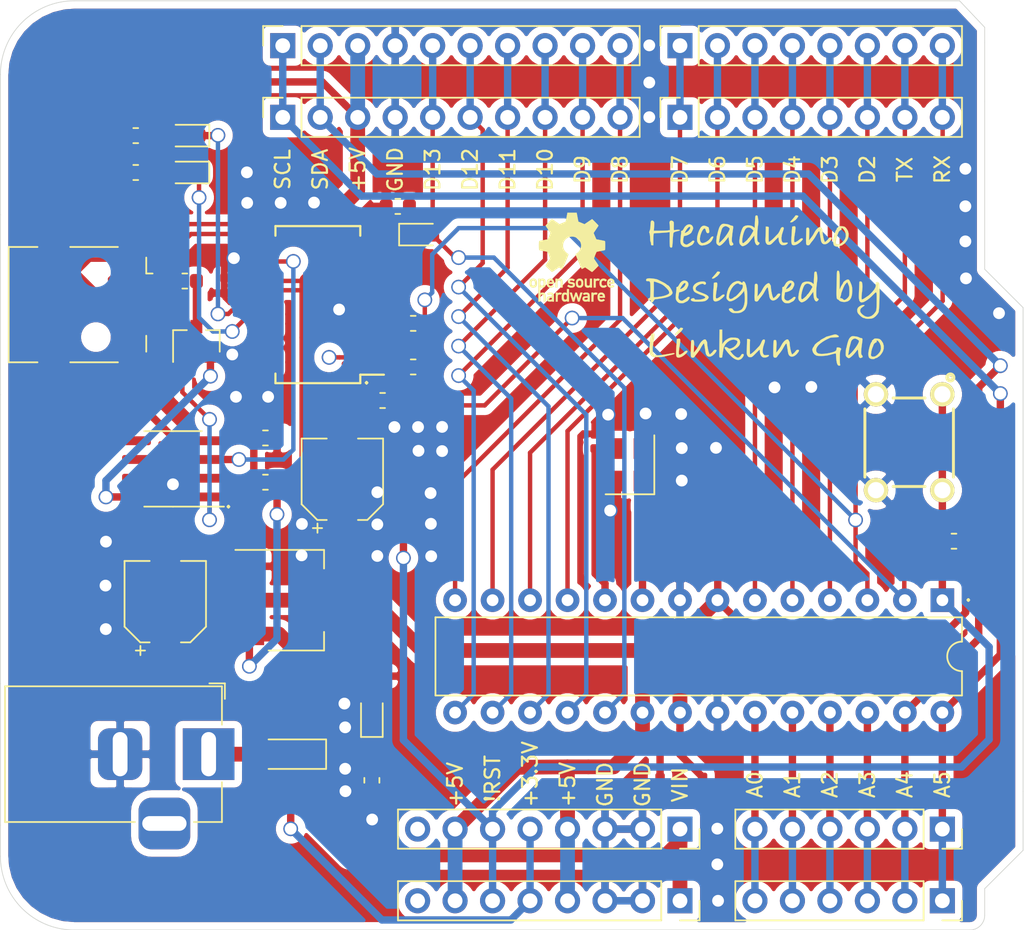
<source format=kicad_pcb>
(kicad_pcb (version 20171130) (host pcbnew "(5.1.5)-3")
  (layers (0 F.Cu signal) (31 B.Cu signal) (34 B.Paste user) (35 F.Paste user) (36 B.SilkS user) (37 F.SilkS user) (38 B.Mask user) (39 F.Mask user) (44 Edge.Cuts user))
  (net 0 "")
  (net 1 GND)
  (net 2 +5V)
  (net 3 VIN)
  (net 4 DTR)
  (net 5 !RST)
  (net 6 XTAL1)
  (net 7 XTAL2)
  (net 8 "Net-(D1-Pad2)")
  (net 9 "Net-(D2-Pad1)")
  (net 10 "Net-(D3-Pad2)")
  (net 11 "Net-(D3-Pad1)")
  (net 12 "Net-(D4-Pad2)")
  (net 13 "Net-(D4-Pad1)")
  (net 14 D13)
  (net 15 "Net-(D5-Pad1)")
  (net 16 USB_IN)
  (net 17 "Net-(F1-Pad1)")
  (net 18 "Net-(J1-Pad4)")
  (net 19 "Net-(J1-Pad3)")
  (net 20 "Net-(J1-Pad2)")
  (net 21 "Net-(J3-Pad8)")
  (net 22 +3V3)
  (net 23 A0)
  (net 24 A1)
  (net 25 A2)
  (net 26 A3)
  (net 27 A4)
  (net 28 A5)
  (net 29 RX)
  (net 30 RX_U)
  (net 31 D2)
  (net 32 D3)
  (net 33 D4)
  (net 34 D5)
  (net 35 D6)
  (net 36 D7)
  (net 37 D8)
  (net 38 D9)
  (net 39 D10)
  (net 40 D11)
  (net 41 D12)
  (net 42 "Net-(Q1-Pad1)")
  (net 43 "Net-(R1-Pad2)")
  (net 44 "Net-(R4-Pad2)")
  (net 45 "Net-(R5-Pad2)")
  (net 46 "Net-(U1-Pad7)")
  (net 47 "Net-(U1-Pad6)")
  (net 48 "Net-(U1-Pad5)")
  (net 49 "Net-(U3-Pad28)")
  (net 50 "Net-(U3-Pad27)")
  (net 51 "Net-(U3-Pad14)")
  (net 52 "Net-(U3-Pad13)")
  (net 53 "Net-(U3-Pad12)")
  (net 54 "Net-(U3-Pad11)")
  (net 55 "Net-(U3-Pad10)")
  (net 56 "Net-(U3-Pad9)")
  (net 57 "Net-(U3-Pad6)")
  (net 58 "Net-(U3-Pad3)")
  (net 59 "Net-(J4-Pad8)")
  (module Symbol:OSHW-Logo_5.7x6mm_SilkScreen (layer F.Cu) (at 117.56 70.74)
    (fp_text reference REF** hide)
    (fp_text value OSHW-Logo_5.7x6mm_SilkScreen hide)
  )
  (module LOGO:silkScreenLogo2 (layer F.Cu) (at 130.95 73.05)
    (fp_text reference G*** hide)
    (fp_text value LOGO hide)
  )
  (module Capacitor_SMD:C_0402_1005Metric (layer F.Cu) (at 106.14 89.255 90)
    (fp_text reference C10)
    (fp_text value 100nF)
    (pad 2 smd roundrect (at 0.485 0 90) (size 0.59 0.64) (layers F.Cu F.Paste F.Mask) (net 4 DTR))
    (pad 1 smd roundrect (at -0.485 0 90) (size 0.59 0.64) (layers F.Cu F.Paste F.Mask) (net 5 !RST))
  )
  (module Crystal:Crystal_SMD_3225-4Pin_3.2x2.5mm (layer F.Cu) (at 121.49 84.82 90)
    (fp_text reference Y1)
    (fp_text value Crystal_GND24_Small)
    (pad 4 smd rect (at -1.1 -0.85 90) (size 1.4 1.2) (layers F.Cu F.Paste F.Mask) (net 1 GND))
    (pad 3 smd rect (at 1.1 -0.85 90) (size 1.4 1.2) (layers F.Cu F.Paste F.Mask) (net 7 XTAL2))
    (pad 2 smd rect (at 1.1 0.85 90) (size 1.4 1.2) (layers F.Cu F.Paste F.Mask) (net 1 GND))
    (pad 1 smd rect (at -1.1 0.85 90) (size 1.4 1.2) (layers F.Cu F.Paste F.Mask) (net 6 XTAL1))
  )
  (module Package_DIP:DIP-28_W7.62mm (layer F.Cu) (at 142.66 94 270)
    (fp_text reference U4)
    (fp_text value ATmega328P-PU)
    (pad 28 thru_hole oval (at 7.62 0 270) (size 1.6 1.6) (drill 0.8) (layers *.Cu *.Mask) (net 28 A5))
    (pad 14 thru_hole oval (at 0 33.02 270) (size 1.6 1.6) (drill 0.8) (layers *.Cu *.Mask) (net 37 D8))
    (pad 27 thru_hole oval (at 7.62 2.54 270) (size 1.6 1.6) (drill 0.8) (layers *.Cu *.Mask) (net 27 A4))
    (pad 13 thru_hole oval (at 0 30.48 270) (size 1.6 1.6) (drill 0.8) (layers *.Cu *.Mask) (net 36 D7))
    (pad 26 thru_hole oval (at 7.62 5.08 270) (size 1.6 1.6) (drill 0.8) (layers *.Cu *.Mask) (net 26 A3))
    (pad 12 thru_hole oval (at 0 27.94 270) (size 1.6 1.6) (drill 0.8) (layers *.Cu *.Mask) (net 35 D6))
    (pad 25 thru_hole oval (at 7.62 7.62 270) (size 1.6 1.6) (drill 0.8) (layers *.Cu *.Mask) (net 25 A2))
    (pad 11 thru_hole oval (at 0 25.4 270) (size 1.6 1.6) (drill 0.8) (layers *.Cu *.Mask) (net 34 D5))
    (pad 24 thru_hole oval (at 7.62 10.16 270) (size 1.6 1.6) (drill 0.8) (layers *.Cu *.Mask) (net 24 A1))
    (pad 10 thru_hole oval (at 0 22.86 270) (size 1.6 1.6) (drill 0.8) (layers *.Cu *.Mask) (net 7 XTAL2))
    (pad 23 thru_hole oval (at 7.62 12.7 270) (size 1.6 1.6) (drill 0.8) (layers *.Cu *.Mask) (net 23 A0))
    (pad 9 thru_hole oval (at 0 20.32 270) (size 1.6 1.6) (drill 0.8) (layers *.Cu *.Mask) (net 6 XTAL1))
    (pad 22 thru_hole oval (at 7.62 15.24 270) (size 1.6 1.6) (drill 0.8) (layers *.Cu *.Mask) (net 1 GND))
    (pad 8 thru_hole oval (at 0 17.78 270) (size 1.6 1.6) (drill 0.8) (layers *.Cu *.Mask) (net 1 GND))
    (pad 21 thru_hole oval (at 7.62 17.78 270) (size 1.6 1.6) (drill 0.8) (layers *.Cu *.Mask) (net 2 +5V))
    (pad 7 thru_hole oval (at 0 15.24 270) (size 1.6 1.6) (drill 0.8) (layers *.Cu *.Mask) (net 2 +5V))
    (pad 20 thru_hole oval (at 7.62 20.32 270) (size 1.6 1.6) (drill 0.8) (layers *.Cu *.Mask) (net 2 +5V))
    (pad 6 thru_hole oval (at 0 12.7 270) (size 1.6 1.6) (drill 0.8) (layers *.Cu *.Mask) (net 33 D4))
    (pad 19 thru_hole oval (at 7.62 22.86 270) (size 1.6 1.6) (drill 0.8) (layers *.Cu *.Mask) (net 14 D13))
    (pad 5 thru_hole oval (at 0 10.16 270) (size 1.6 1.6) (drill 0.8) (layers *.Cu *.Mask) (net 32 D3))
    (pad 18 thru_hole oval (at 7.62 25.4 270) (size 1.6 1.6) (drill 0.8) (layers *.Cu *.Mask) (net 41 D12))
    (pad 4 thru_hole oval (at 0 7.62 270) (size 1.6 1.6) (drill 0.8) (layers *.Cu *.Mask) (net 31 D2))
    (pad 17 thru_hole oval (at 7.62 27.94 270) (size 1.6 1.6) (drill 0.8) (layers *.Cu *.Mask) (net 40 D11))
    (pad 3 thru_hole oval (at 0 5.08 270) (size 1.6 1.6) (drill 0.8) (layers *.Cu *.Mask) (net 30 RX_U))
    (pad 16 thru_hole oval (at 7.62 30.48 270) (size 1.6 1.6) (drill 0.8) (layers *.Cu *.Mask) (net 39 D10))
    (pad 2 thru_hole oval (at 0 2.54 270) (size 1.6 1.6) (drill 0.8) (layers *.Cu *.Mask) (net 29 RX))
    (pad 15 thru_hole oval (at 7.62 33.02 270) (size 1.6 1.6) (drill 0.8) (layers *.Cu *.Mask) (net 38 D9))
    (pad 1 thru_hole rect (at 0 0 270) (size 1.6 1.6) (drill 0.8) (layers *.Cu *.Mask) (net 5 !RST))
  )
  (module Package_SO:SSOP-28_5.3x10.2mm_P0.65mm (layer F.Cu) (at 100.34 73.96 180)
    (fp_text reference U3)
    (fp_text value FT232RL)
    (pad 28 smd rect (at 3.6 -4.225 180) (size 1.75 0.45) (layers F.Cu F.Paste F.Mask) (net 49 "Net-(U3-Pad28)"))
    (pad 27 smd rect (at 3.6 -3.575 180) (size 1.75 0.45) (layers F.Cu F.Paste F.Mask) (net 50 "Net-(U3-Pad27)"))
    (pad 26 smd rect (at 3.6 -2.925 180) (size 1.75 0.45) (layers F.Cu F.Paste F.Mask) (net 1 GND))
    (pad 25 smd rect (at 3.6 -2.275 180) (size 1.75 0.45) (layers F.Cu F.Paste F.Mask) (net 1 GND))
    (pad 24 smd rect (at 3.6 -1.625 180) (size 1.75 0.45) (layers F.Cu F.Paste F.Mask))
    (pad 23 smd rect (at 3.6 -0.975 180) (size 1.75 0.45) (layers F.Cu F.Paste F.Mask) (net 11 "Net-(D3-Pad1)"))
    (pad 22 smd rect (at 3.6 -0.325 180) (size 1.75 0.45) (layers F.Cu F.Paste F.Mask) (net 13 "Net-(D4-Pad1)"))
    (pad 21 smd rect (at 3.6 0.325 180) (size 1.75 0.45) (layers F.Cu F.Paste F.Mask) (net 1 GND))
    (pad 20 smd rect (at 3.6 0.975 180) (size 1.75 0.45) (layers F.Cu F.Paste F.Mask) (net 2 +5V))
    (pad 19 smd rect (at 3.6 1.625 180) (size 1.75 0.45) (layers F.Cu F.Paste F.Mask) (net 2 +5V))
    (pad 18 smd rect (at 3.6 2.275 180) (size 1.75 0.45) (layers F.Cu F.Paste F.Mask) (net 1 GND))
    (pad 17 smd rect (at 3.6 2.925 180) (size 1.75 0.45) (layers F.Cu F.Paste F.Mask) (net 22 +3V3))
    (pad 16 smd rect (at 3.6 3.575 180) (size 1.75 0.45) (layers F.Cu F.Paste F.Mask) (net 20 "Net-(J1-Pad2)"))
    (pad 15 smd rect (at 3.6 4.225 180) (size 1.75 0.45) (layers F.Cu F.Paste F.Mask) (net 19 "Net-(J1-Pad3)"))
    (pad 14 smd rect (at -3.6 4.225 180) (size 1.75 0.45) (layers F.Cu F.Paste F.Mask) (net 51 "Net-(U3-Pad14)"))
    (pad 13 smd rect (at -3.6 3.575 180) (size 1.75 0.45) (layers F.Cu F.Paste F.Mask) (net 52 "Net-(U3-Pad13)"))
    (pad 12 smd rect (at -3.6 2.925 180) (size 1.75 0.45) (layers F.Cu F.Paste F.Mask) (net 53 "Net-(U3-Pad12)"))
    (pad 11 smd rect (at -3.6 2.275 180) (size 1.75 0.45) (layers F.Cu F.Paste F.Mask) (net 54 "Net-(U3-Pad11)"))
    (pad 10 smd rect (at -3.6 1.625 180) (size 1.75 0.45) (layers F.Cu F.Paste F.Mask) (net 55 "Net-(U3-Pad10)"))
    (pad 9 smd rect (at -3.6 0.975 180) (size 1.75 0.45) (layers F.Cu F.Paste F.Mask) (net 56 "Net-(U3-Pad9)"))
    (pad 8 smd rect (at -3.6 0.325 180) (size 1.75 0.45) (layers F.Cu F.Paste F.Mask))
    (pad 7 smd rect (at -3.6 -0.325 180) (size 1.75 0.45) (layers F.Cu F.Paste F.Mask) (net 1 GND))
    (pad 6 smd rect (at -3.6 -0.975 180) (size 1.75 0.45) (layers F.Cu F.Paste F.Mask) (net 57 "Net-(U3-Pad6)"))
    (pad 5 smd rect (at -3.6 -1.625 180) (size 1.75 0.45) (layers F.Cu F.Paste F.Mask) (net 45 "Net-(R5-Pad2)"))
    (pad 4 smd rect (at -3.6 -2.275 180) (size 1.75 0.45) (layers F.Cu F.Paste F.Mask) (net 2 +5V))
    (pad 3 smd rect (at -3.6 -2.925 180) (size 1.75 0.45) (layers F.Cu F.Paste F.Mask) (net 58 "Net-(U3-Pad3)"))
    (pad 2 smd rect (at -3.6 -3.575 180) (size 1.75 0.45) (layers F.Cu F.Paste F.Mask) (net 4 DTR))
    (pad 1 smd rect (at -3.6 -4.225 180) (size 1.75 0.45) (layers F.Cu F.Paste F.Mask) (net 44 "Net-(R4-Pad2)"))
  )
  (module Package_TO_SOT_SMD:SOT-223-3_TabPin2 (layer F.Cu) (at 98.85 94)
    (fp_text reference U2)
    (fp_text value AMS1117-5.0)
    (pad 1 smd rect (at -3.15 -2.3) (size 2 1.5) (layers F.Cu F.Paste F.Mask) (net 1 GND))
    (pad 3 smd rect (at -3.15 2.3) (size 2 1.5) (layers F.Cu F.Paste F.Mask) (net 3 VIN))
    (pad 2 smd rect (at -3.15 0) (size 2 1.5) (layers F.Cu F.Paste F.Mask) (net 2 +5V))
    (pad 2 smd rect (at 3.15 0) (size 2 3.8) (layers F.Cu F.Paste F.Mask) (net 2 +5V))
  )
  (module Package_SO:SOIC-8_3.9x4.9mm_P1.27mm (layer F.Cu) (at 90.525 85.095 180)
    (fp_text reference U1)
    (fp_text value LM358DT)
    (pad 8 smd roundrect (at 2.475 -1.905 180) (size 1.95 0.6) (layers F.Cu F.Paste F.Mask) (net 2 +5V))
    (pad 7 smd roundrect (at 2.475 -0.635 180) (size 1.95 0.6) (layers F.Cu F.Paste F.Mask) (net 46 "Net-(U1-Pad7)"))
    (pad 6 smd roundrect (at 2.475 0.635 180) (size 1.95 0.6) (layers F.Cu F.Paste F.Mask) (net 47 "Net-(U1-Pad6)"))
    (pad 5 smd roundrect (at 2.475 1.905 180) (size 1.95 0.6) (layers F.Cu F.Paste F.Mask) (net 48 "Net-(U1-Pad5)"))
    (pad 4 smd roundrect (at -2.475 1.905 180) (size 1.95 0.6) (layers F.Cu F.Paste F.Mask) (net 1 GND))
    (pad 3 smd roundrect (at -2.475 0.635 180) (size 1.95 0.6) (layers F.Cu F.Paste F.Mask) (net 22 +3V3))
    (pad 2 smd roundrect (at -2.475 -0.635 180) (size 1.95 0.6) (layers F.Cu F.Paste F.Mask) (net 43 "Net-(R1-Pad2)"))
    (pad 1 smd roundrect (at -2.475 -1.905 180) (size 1.95 0.6) (layers F.Cu F.Paste F.Mask) (net 42 "Net-(Q1-Pad1)"))
  )
  (module B3F-1000:B3F1002 (layer F.Cu) (at 140.41 83.29 90)
    (fp_text reference S1)
    (fp_text value B3F-1000 hide)
    (pad 1 thru_hole circle (at 3.25 2.25 180) (size 1.65 1.65) (drill 1.1) (layers *.Cu *.Mask F.SilkS) (net 5 !RST))
    (pad 2 thru_hole circle (at -3.25 2.25 180) (size 1.65 1.65) (drill 1.1) (layers *.Cu *.Mask F.SilkS) (net 5 !RST))
    (pad 3 thru_hole circle (at 3.25 -2.25 180) (size 1.65 1.65) (drill 1.1) (layers *.Cu *.Mask F.SilkS) (net 1 GND))
    (pad 4 thru_hole circle (at -3.25 -2.25 180) (size 1.65 1.65) (drill 1.1) (layers *.Cu *.Mask F.SilkS) (net 1 GND))
  )
  (module Resistor_SMD:R_0603_1608Metric (layer F.Cu) (at 105.7575 67.3)
    (fp_text reference R10)
    (fp_text value 2K2)
    (pad 2 smd roundrect (at 0.7875 0) (size 0.875 0.95) (layers F.Cu F.Paste F.Mask) (net 15 "Net-(D5-Pad1)"))
    (pad 1 smd roundrect (at -0.7875 0) (size 0.875 0.95) (layers F.Cu F.Paste F.Mask) (net 1 GND))
  )
  (module Resistor_SMD:R_0603_1608Metric (layer F.Cu) (at 143.4475 90 180)
    (fp_text reference R9)
    (fp_text value 10K)
    (pad 2 smd roundrect (at 0.7875 0 180) (size 0.875 0.95) (layers F.Cu F.Paste F.Mask) (net 5 !RST))
    (pad 1 smd roundrect (at -0.7875 0 180) (size 0.875 0.95) (layers F.Cu F.Paste F.Mask) (net 2 +5V))
  )
  (module Resistor_SMD:R_0603_1608Metric (layer F.Cu) (at 88 62.5)
    (fp_text reference R8)
    (fp_text value 2K2)
    (pad 2 smd roundrect (at 0.7875 0) (size 0.875 0.95) (layers F.Cu F.Paste F.Mask) (net 12 "Net-(D4-Pad2)"))
    (pad 1 smd roundrect (at -0.7875 0) (size 0.875 0.95) (layers F.Cu F.Paste F.Mask) (net 2 +5V))
  )
  (module Resistor_SMD:R_0603_1608Metric (layer F.Cu) (at 88 65)
    (fp_text reference R7)
    (fp_text value 2K2)
    (pad 2 smd roundrect (at 0.7875 0) (size 0.875 0.95) (layers F.Cu F.Paste F.Mask) (net 10 "Net-(D3-Pad2)"))
    (pad 1 smd roundrect (at -0.7875 0) (size 0.875 0.95) (layers F.Cu F.Paste F.Mask) (net 2 +5V))
  )
  (module Resistor_SMD:R_0603_1608Metric (layer F.Cu) (at 104.7275 80.46 180)
    (fp_text reference R6)
    (fp_text value 2K2)
    (pad 2 smd roundrect (at 0.7875 0 180) (size 0.875 0.95) (layers F.Cu F.Paste F.Mask) (net 4 DTR))
    (pad 1 smd roundrect (at -0.7875 0 180) (size 0.875 0.95) (layers F.Cu F.Paste F.Mask) (net 1 GND))
  )
  (module Resistor_SMD:R_0603_1608Metric (layer F.Cu) (at 106.8 75.23 180)
    (fp_text reference R5)
    (fp_text value 1K)
    (pad 2 smd roundrect (at 0.7875 0 180) (size 0.875 0.95) (layers F.Cu F.Paste F.Mask) (net 45 "Net-(R5-Pad2)"))
    (pad 1 smd roundrect (at -0.7875 0 180) (size 0.875 0.95) (layers F.Cu F.Paste F.Mask) (net 30 RX_U))
  )
  (module Resistor_SMD:R_0603_1608Metric (layer F.Cu) (at 106.8 78.185 180)
    (fp_text reference R4)
    (fp_text value 1K)
    (pad 2 smd roundrect (at 0.7875 0 180) (size 0.875 0.95) (layers F.Cu F.Paste F.Mask) (net 44 "Net-(R4-Pad2)"))
    (pad 1 smd roundrect (at -0.7875 0 180) (size 0.875 0.95) (layers F.Cu F.Paste F.Mask) (net 29 RX))
  )
  (module Resistor_SMD:R_0603_1608Metric (layer F.Cu) (at 104 106.2125 90)
    (fp_text reference R3)
    (fp_text value 2K2)
    (pad 2 smd roundrect (at 0.7875 0 90) (size 0.875 0.95) (layers F.Cu F.Paste F.Mask) (net 9 "Net-(D2-Pad1)"))
    (pad 1 smd roundrect (at -0.7875 0 90) (size 0.875 0.95) (layers F.Cu F.Paste F.Mask) (net 1 GND))
  )
  (module Resistor_SMD:R_0603_1608Metric (layer F.Cu) (at 96.7875 83)
    (fp_text reference R2)
    (fp_text value 10K)
    (pad 2 smd roundrect (at 0.7875 0) (size 0.875 0.95) (layers F.Cu F.Paste F.Mask) (net 1 GND))
    (pad 1 smd roundrect (at -0.7875 0) (size 0.875 0.95) (layers F.Cu F.Paste F.Mask) (net 43 "Net-(R1-Pad2)"))
  )
  (module Resistor_SMD:R_0603_1608Metric (layer F.Cu) (at 96.7875 86 180)
    (fp_text reference R1)
    (fp_text value 10K)
    (pad 2 smd roundrect (at 0.7875 0 180) (size 0.875 0.95) (layers F.Cu F.Paste F.Mask) (net 43 "Net-(R1-Pad2)"))
    (pad 1 smd roundrect (at -0.7875 0 180) (size 0.875 0.95) (layers F.Cu F.Paste F.Mask) (net 3 VIN))
  )
  (module Package_TO_SOT_SMD:SOT-23 (layer F.Cu) (at 92.11 76.45 90)
    (fp_text reference Q1)
    (fp_text value Q_PMOS_GSD)
    (pad 3 smd rect (at 1 0 90) (size 0.9 0.8) (layers F.Cu F.Paste F.Mask) (net 16 USB_IN))
    (pad 2 smd rect (at -1 0.95 90) (size 0.9 0.8) (layers F.Cu F.Paste F.Mask) (net 2 +5V))
    (pad 1 smd rect (at -1 -0.95 90) (size 0.9 0.8) (layers F.Cu F.Paste F.Mask) (net 42 "Net-(Q1-Pad1)"))
  )
  (module Connector_PinSocket_2.54mm:PinSocket_1x10_P2.54mm_Vertical (layer F.Cu) (at 97.96 56.4 90)
    (fp_text reference J10)
    (fp_text value Conn_01x10)
    (pad 10 thru_hole oval (at 0 22.86 90) (size 1.7 1.7) (drill 1) (layers *.Cu *.Mask) (net 37 D8))
    (pad 9 thru_hole oval (at 0 20.32 90) (size 1.7 1.7) (drill 1) (layers *.Cu *.Mask) (net 38 D9))
    (pad 8 thru_hole oval (at 0 17.78 90) (size 1.7 1.7) (drill 1) (layers *.Cu *.Mask) (net 39 D10))
    (pad 7 thru_hole oval (at 0 15.24 90) (size 1.7 1.7) (drill 1) (layers *.Cu *.Mask) (net 40 D11))
    (pad 6 thru_hole oval (at 0 12.7 90) (size 1.7 1.7) (drill 1) (layers *.Cu *.Mask) (net 41 D12))
    (pad 5 thru_hole oval (at 0 10.16 90) (size 1.7 1.7) (drill 1) (layers *.Cu *.Mask) (net 14 D13))
    (pad 4 thru_hole oval (at 0 7.62 90) (size 1.7 1.7) (drill 1) (layers *.Cu *.Mask) (net 1 GND))
    (pad 3 thru_hole oval (at 0 5.08 90) (size 1.7 1.7) (drill 1) (layers *.Cu *.Mask) (net 2 +5V))
    (pad 2 thru_hole oval (at 0 2.54 90) (size 1.7 1.7) (drill 1) (layers *.Cu *.Mask) (net 27 A4))
    (pad 1 thru_hole rect (at 0 0 90) (size 1.7 1.7) (drill 1) (layers *.Cu *.Mask) (net 28 A5))
  )
  (module Connector_PinSocket_2.54mm:PinSocket_1x08_P2.54mm_Vertical (layer F.Cu) (at 124.88 56.4 90)
    (fp_text reference J8)
    (fp_text value Conn_01x08)
    (pad 8 thru_hole oval (at 0 17.78 90) (size 1.7 1.7) (drill 1) (layers *.Cu *.Mask) (net 29 RX))
    (pad 7 thru_hole oval (at 0 15.24 90) (size 1.7 1.7) (drill 1) (layers *.Cu *.Mask) (net 30 RX_U))
    (pad 6 thru_hole oval (at 0 12.7 90) (size 1.7 1.7) (drill 1) (layers *.Cu *.Mask) (net 31 D2))
    (pad 5 thru_hole oval (at 0 10.16 90) (size 1.7 1.7) (drill 1) (layers *.Cu *.Mask) (net 32 D3))
    (pad 4 thru_hole oval (at 0 7.62 90) (size 1.7 1.7) (drill 1) (layers *.Cu *.Mask) (net 33 D4))
    (pad 3 thru_hole oval (at 0 5.08 90) (size 1.7 1.7) (drill 1) (layers *.Cu *.Mask) (net 34 D5))
    (pad 2 thru_hole oval (at 0 2.54 90) (size 1.7 1.7) (drill 1) (layers *.Cu *.Mask) (net 35 D6))
    (pad 1 thru_hole rect (at 0 0 90) (size 1.7 1.7) (drill 1) (layers *.Cu *.Mask) (net 36 D7))
  )
  (module Connector_PinSocket_2.54mm:PinSocket_1x06_P2.54mm_Vertical (layer F.Cu) (at 142.66 114.38 270)
    (fp_text reference J6)
    (fp_text value Conn_01x06)
    (pad 6 thru_hole oval (at 0 12.7 270) (size 1.7 1.7) (drill 1) (layers *.Cu *.Mask) (net 23 A0))
    (pad 5 thru_hole oval (at 0 10.16 270) (size 1.7 1.7) (drill 1) (layers *.Cu *.Mask) (net 24 A1))
    (pad 4 thru_hole oval (at 0 7.62 270) (size 1.7 1.7) (drill 1) (layers *.Cu *.Mask) (net 25 A2))
    (pad 3 thru_hole oval (at 0 5.08 270) (size 1.7 1.7) (drill 1) (layers *.Cu *.Mask) (net 26 A3))
    (pad 2 thru_hole oval (at 0 2.54 270) (size 1.7 1.7) (drill 1) (layers *.Cu *.Mask) (net 27 A4))
    (pad 1 thru_hole rect (at 0 0 270) (size 1.7 1.7) (drill 1) (layers *.Cu *.Mask) (net 28 A5))
  )
  (module Connector_PinSocket_2.54mm:PinSocket_1x08_P2.54mm_Vertical (layer F.Cu) (at 124.88 114.38 270)
    (fp_text reference J4)
    (fp_text value Conn_01x08)
    (pad 8 thru_hole oval (at 0 17.78 270) (size 1.7 1.7) (drill 1) (layers *.Cu *.Mask) (net 59 "Net-(J4-Pad8)"))
    (pad 7 thru_hole oval (at 0 15.24 270) (size 1.7 1.7) (drill 1) (layers *.Cu *.Mask) (net 2 +5V))
    (pad 6 thru_hole oval (at 0 12.7 270) (size 1.7 1.7) (drill 1) (layers *.Cu *.Mask) (net 5 !RST))
    (pad 5 thru_hole oval (at 0 10.16 270) (size 1.7 1.7) (drill 1) (layers *.Cu *.Mask) (net 22 +3V3))
    (pad 4 thru_hole oval (at 0 7.62 270) (size 1.7 1.7) (drill 1) (layers *.Cu *.Mask) (net 2 +5V))
    (pad 3 thru_hole oval (at 0 5.08 270) (size 1.7 1.7) (drill 1) (layers *.Cu *.Mask) (net 1 GND))
    (pad 2 thru_hole oval (at 0 2.54 270) (size 1.7 1.7) (drill 1) (layers *.Cu *.Mask) (net 1 GND))
    (pad 1 thru_hole rect (at 0 0 270) (size 1.7 1.7) (drill 1) (layers *.Cu *.Mask) (net 3 VIN))
  )
  (module Connector_PinSocket_2.54mm:PinSocket_1x10_P2.54mm_Vertical (layer F.Cu) (at 97.96 61.26 90)
    (fp_text reference J9)
    (fp_text value Conn_01x10)
    (pad 10 thru_hole oval (at 0 22.86 90) (size 1.7 1.7) (drill 1) (layers *.Cu *.Mask) (net 37 D8))
    (pad 9 thru_hole oval (at 0 20.32 90) (size 1.7 1.7) (drill 1) (layers *.Cu *.Mask) (net 38 D9))
    (pad 8 thru_hole oval (at 0 17.78 90) (size 1.7 1.7) (drill 1) (layers *.Cu *.Mask) (net 39 D10))
    (pad 7 thru_hole oval (at 0 15.24 90) (size 1.7 1.7) (drill 1) (layers *.Cu *.Mask) (net 40 D11))
    (pad 6 thru_hole oval (at 0 12.7 90) (size 1.7 1.7) (drill 1) (layers *.Cu *.Mask) (net 41 D12))
    (pad 5 thru_hole oval (at 0 10.16 90) (size 1.7 1.7) (drill 1) (layers *.Cu *.Mask) (net 14 D13))
    (pad 4 thru_hole oval (at 0 7.62 90) (size 1.7 1.7) (drill 1) (layers *.Cu *.Mask) (net 1 GND))
    (pad 3 thru_hole oval (at 0 5.08 90) (size 1.7 1.7) (drill 1) (layers *.Cu *.Mask) (net 2 +5V))
    (pad 2 thru_hole oval (at 0 2.54 90) (size 1.7 1.7) (drill 1) (layers *.Cu *.Mask) (net 27 A4))
    (pad 1 thru_hole rect (at 0 0 90) (size 1.7 1.7) (drill 1) (layers *.Cu *.Mask) (net 28 A5))
  )
  (module Connector_PinSocket_2.54mm:PinSocket_1x08_P2.54mm_Vertical (layer F.Cu) (at 124.88 61.26 90)
    (fp_text reference J7)
    (fp_text value Conn_01x08)
    (pad 8 thru_hole oval (at 0 17.78 90) (size 1.7 1.7) (drill 1) (layers *.Cu *.Mask) (net 29 RX))
    (pad 7 thru_hole oval (at 0 15.24 90) (size 1.7 1.7) (drill 1) (layers *.Cu *.Mask) (net 30 RX_U))
    (pad 6 thru_hole oval (at 0 12.7 90) (size 1.7 1.7) (drill 1) (layers *.Cu *.Mask) (net 31 D2))
    (pad 5 thru_hole oval (at 0 10.16 90) (size 1.7 1.7) (drill 1) (layers *.Cu *.Mask) (net 32 D3))
    (pad 4 thru_hole oval (at 0 7.62 90) (size 1.7 1.7) (drill 1) (layers *.Cu *.Mask) (net 33 D4))
    (pad 3 thru_hole oval (at 0 5.08 90) (size 1.7 1.7) (drill 1) (layers *.Cu *.Mask) (net 34 D5))
    (pad 2 thru_hole oval (at 0 2.54 90) (size 1.7 1.7) (drill 1) (layers *.Cu *.Mask) (net 35 D6))
    (pad 1 thru_hole rect (at 0 0 90) (size 1.7 1.7) (drill 1) (layers *.Cu *.Mask) (net 36 D7))
  )
  (module Connector_PinSocket_2.54mm:PinSocket_1x06_P2.54mm_Vertical (layer F.Cu) (at 142.66 109.52 270)
    (fp_text reference J5)
    (fp_text value Conn_01x06)
    (pad 6 thru_hole oval (at 0 12.7 270) (size 1.7 1.7) (drill 1) (layers *.Cu *.Mask) (net 23 A0))
    (pad 5 thru_hole oval (at 0 10.16 270) (size 1.7 1.7) (drill 1) (layers *.Cu *.Mask) (net 24 A1))
    (pad 4 thru_hole oval (at 0 7.62 270) (size 1.7 1.7) (drill 1) (layers *.Cu *.Mask) (net 25 A2))
    (pad 3 thru_hole oval (at 0 5.08 270) (size 1.7 1.7) (drill 1) (layers *.Cu *.Mask) (net 26 A3))
    (pad 2 thru_hole oval (at 0 2.54 270) (size 1.7 1.7) (drill 1) (layers *.Cu *.Mask) (net 27 A4))
    (pad 1 thru_hole rect (at 0 0 270) (size 1.7 1.7) (drill 1) (layers *.Cu *.Mask) (net 28 A5))
  )
  (module Connector_PinSocket_2.54mm:PinSocket_1x08_P2.54mm_Vertical (layer F.Cu) (at 124.88 109.52 270)
    (fp_text reference J3)
    (fp_text value Conn_01x08)
    (pad 8 thru_hole oval (at 0 17.78 270) (size 1.7 1.7) (drill 1) (layers *.Cu *.Mask) (net 21 "Net-(J3-Pad8)"))
    (pad 7 thru_hole oval (at 0 15.24 270) (size 1.7 1.7) (drill 1) (layers *.Cu *.Mask) (net 2 +5V))
    (pad 6 thru_hole oval (at 0 12.7 270) (size 1.7 1.7) (drill 1) (layers *.Cu *.Mask) (net 5 !RST))
    (pad 5 thru_hole oval (at 0 10.16 270) (size 1.7 1.7) (drill 1) (layers *.Cu *.Mask) (net 22 +3V3))
    (pad 4 thru_hole oval (at 0 7.62 270) (size 1.7 1.7) (drill 1) (layers *.Cu *.Mask) (net 2 +5V))
    (pad 3 thru_hole oval (at 0 5.08 270) (size 1.7 1.7) (drill 1) (layers *.Cu *.Mask) (net 1 GND))
    (pad 2 thru_hole oval (at 0 2.54 270) (size 1.7 1.7) (drill 1) (layers *.Cu *.Mask) (net 1 GND))
    (pad 1 thru_hole rect (at 0 0 270) (size 1.7 1.7) (drill 1) (layers *.Cu *.Mask) (net 3 VIN))
  )
  (module Connector_BarrelJack:BarrelJack_Horizontal (layer F.Cu) (at 92.94 104.44)
    (fp_text reference J2)
    (fp_text value Barrel_Jack)
    (pad 3 thru_hole roundrect (at -3 4.7) (size 3.5 3.5) (drill oval 3 1) (layers *.Cu *.Mask))
    (pad 2 thru_hole roundrect (at -6 0) (size 3 3.5) (drill oval 1 3) (layers *.Cu *.Mask) (net 1 GND))
    (pad 1 thru_hole rect (at 0 0) (size 3.5 3.5) (drill oval 1 3) (layers *.Cu *.Mask) (net 8 "Net-(D1-Pad2)"))
  )
  (module Connector_USB:USB_Mini-B_Lumberg_2486_01_Horizontal (layer F.Cu) (at 85.3 73.96 270)
    (fp_text reference J1)
    (fp_text value USB_B_Mini)
    (pad "" np_thru_hole circle (at 2.2 0 270) (size 1 1) (drill 1) (layers *.Cu *.Mask))
    (pad "" np_thru_hole circle (at -2.2 0 270) (size 1 1) (drill 1) (layers *.Cu *.Mask))
    (pad 6 smd rect (at 4.45 2.85 270) (size 2 1.7) (layers F.Cu F.Paste F.Mask) (net 1 GND))
    (pad 6 smd rect (at 4.45 -2.6 270) (size 2 1.7) (layers F.Cu F.Paste F.Mask) (net 1 GND))
    (pad 6 smd rect (at -4.45 2.85 270) (size 2 1.7) (layers F.Cu F.Paste F.Mask) (net 1 GND))
    (pad 6 smd rect (at -4.45 -2.6 270) (size 2 1.7) (layers F.Cu F.Paste F.Mask) (net 1 GND))
    (pad 5 smd rect (at 1.6 -2.7 270) (size 0.5 2) (layers F.Cu F.Paste F.Mask) (net 1 GND))
    (pad 4 smd rect (at 0.8 -2.7 270) (size 0.5 2) (layers F.Cu F.Paste F.Mask) (net 18 "Net-(J1-Pad4)"))
    (pad 3 smd rect (at 0 -2.7 270) (size 0.5 2) (layers F.Cu F.Paste F.Mask) (net 19 "Net-(J1-Pad3)"))
    (pad 2 smd rect (at -0.8 -2.7 270) (size 0.5 2) (layers F.Cu F.Paste F.Mask) (net 20 "Net-(J1-Pad2)"))
    (pad 1 smd rect (at -1.6 -2.7 270) (size 0.5 2) (layers F.Cu F.Paste F.Mask) (net 17 "Net-(F1-Pad1)"))
  )
  (module Fuse:Fuse_0603_1608Metric (layer F.Cu) (at 91.3225 72.36)
    (fp_text reference F1)
    (fp_text value 500mA)
    (pad 2 smd roundrect (at 0.7875 0) (size 0.875 0.95) (layers F.Cu F.Paste F.Mask) (net 16 USB_IN))
    (pad 1 smd roundrect (at -0.7875 0) (size 0.875 0.95) (layers F.Cu F.Paste F.Mask) (net 17 "Net-(F1-Pad1)"))
  )
  (module LED_SMD:LED_0603_1608Metric (layer F.Cu) (at 107.3325 69.21)
    (fp_text reference D5)
    (fp_text value RED)
    (pad 2 smd roundrect (at 0.7875 0) (size 0.875 0.95) (layers F.Cu F.Paste F.Mask) (net 14 D13))
    (pad 1 smd roundrect (at -0.7875 0) (size 0.875 0.95) (layers F.Cu F.Paste F.Mask) (net 15 "Net-(D5-Pad1)"))
  )
  (module LED_SMD:LED_0603_1608Metric (layer F.Cu) (at 91.5 62.5 180)
    (fp_text reference D4)
    (fp_text value RED)
    (pad 2 smd roundrect (at 0.7875 0 180) (size 0.875 0.95) (layers F.Cu F.Paste F.Mask) (net 12 "Net-(D4-Pad2)"))
    (pad 1 smd roundrect (at -0.7875 0 180) (size 0.875 0.95) (layers F.Cu F.Paste F.Mask) (net 13 "Net-(D4-Pad1)"))
  )
  (module LED_SMD:LED_0603_1608Metric (layer F.Cu) (at 91.5 65 180)
    (fp_text reference D3)
    (fp_text value RED)
    (pad 2 smd roundrect (at 0.7875 0 180) (size 0.875 0.95) (layers F.Cu F.Paste F.Mask) (net 10 "Net-(D3-Pad2)"))
    (pad 1 smd roundrect (at -0.7875 0 180) (size 0.875 0.95) (layers F.Cu F.Paste F.Mask) (net 11 "Net-(D3-Pad1)"))
  )
  (module LED_SMD:LED_0603_1608Metric (layer F.Cu) (at 104 101.7875 90)
    (fp_text reference D2)
    (fp_text value RED)
    (pad 2 smd roundrect (at 0.7875 0 90) (size 0.875 0.95) (layers F.Cu F.Paste F.Mask) (net 2 +5V))
    (pad 1 smd roundrect (at -0.7875 0 90) (size 0.875 0.95) (layers F.Cu F.Paste F.Mask) (net 9 "Net-(D2-Pad1)"))
  )
  (module Diode_SMD:D_SOD-123 (layer F.Cu) (at 98.65 104.44 180)
    (fp_text reference D1)
    (fp_text value B5819W)
    (pad 2 smd rect (at 1.65 0 180) (size 0.9 1.2) (layers F.Cu F.Paste F.Mask) (net 8 "Net-(D1-Pad2)"))
    (pad 1 smd rect (at -1.65 0 180) (size 0.9 1.2) (layers F.Cu F.Paste F.Mask) (net 3 VIN))
  )
  (module Capacitor_SMD:C_0402_1005Metric (layer F.Cu) (at 119.13 83.235 90)
    (fp_text reference C12)
    (fp_text value 22pF)
    (pad 2 smd roundrect (at 0.485 0 90) (size 0.59 0.64) (layers F.Cu F.Paste F.Mask) (net 1 GND))
    (pad 1 smd roundrect (at -0.485 0 90) (size 0.59 0.64) (layers F.Cu F.Paste F.Mask) (net 7 XTAL2))
  )
  (module Capacitor_SMD:C_0402_1005Metric (layer F.Cu) (at 122.825 87.61)
    (fp_text reference C11)
    (fp_text value 22pF)
    (pad 2 smd roundrect (at 0.485 0) (size 0.59 0.64) (layers F.Cu F.Paste F.Mask) (net 1 GND))
    (pad 1 smd roundrect (at -0.485 0) (size 0.59 0.64) (layers F.Cu F.Paste F.Mask) (net 6 XTAL1))
  )
  (module Capacitor_SMD:C_0402_1005Metric (layer F.Cu) (at 126.41 106.475 270)
    (fp_text reference C9)
    (fp_text value 100nF)
    (pad 2 smd roundrect (at 0.485 0 270) (size 0.59 0.64) (layers F.Cu F.Paste F.Mask) (net 1 GND))
    (pad 1 smd roundrect (at -0.485 0 270) (size 0.59 0.64) (layers F.Cu F.Paste F.Mask) (net 2 +5V))
  )
  (module Capacitor_SMD:C_0402_1005Metric (layer F.Cu) (at 127.44 87.615 90)
    (fp_text reference C8)
    (fp_text value 100nF)
    (pad 2 smd roundrect (at 0.485 0 90) (size 0.59 0.64) (layers F.Cu F.Paste F.Mask) (net 1 GND))
    (pad 1 smd roundrect (at -0.485 0 90) (size 0.59 0.64) (layers F.Cu F.Paste F.Mask) (net 2 +5V))
  )
  (module Capacitor_SMD:C_0402_1005Metric (layer F.Cu) (at 123.53 106.495 270)
    (fp_text reference C7)
    (fp_text value 100nF)
    (pad 2 smd roundrect (at 0.485 0 270) (size 0.59 0.64) (layers F.Cu F.Paste F.Mask) (net 1 GND))
    (pad 1 smd roundrect (at -0.485 0 270) (size 0.59 0.64) (layers F.Cu F.Paste F.Mask) (net 2 +5V))
  )
  (module Capacitor_SMD:C_0402_1005Metric (layer F.Cu) (at 104.485 99.15)
    (fp_text reference C6)
    (fp_text value 100nF)
    (pad 2 smd roundrect (at 0.485 0) (size 0.59 0.64) (layers F.Cu F.Paste F.Mask) (net 1 GND))
    (pad 1 smd roundrect (at -0.485 0) (size 0.59 0.64) (layers F.Cu F.Paste F.Mask) (net 2 +5V))
  )
  (module Capacitor_SMD:CP_Elec_5x5.4 (layer F.Cu) (at 102 85.8 90)
    (fp_text reference C5)
    (fp_text value 47uF)
    (pad 2 smd roundrect (at 2.2 0 90) (size 3 1.6) (layers F.Cu F.Paste F.Mask) (roundrect_rratio 0.15625) (net 1 GND))
    (pad 1 smd roundrect (at -2.2 0 90) (size 3 1.6) (layers F.Cu F.Paste F.Mask) (roundrect_rratio 0.15625) (net 2 +5V))
  )
  (module Capacitor_SMD:CP_Elec_5x5.4 (layer F.Cu) (at 90 94.1 90)
    (fp_text reference C4)
    (fp_text value 47uF)
    (pad 2 smd roundrect (at 2.2 0 90) (size 3 1.6) (layers F.Cu F.Paste F.Mask) (roundrect_rratio 0.15625) (net 1 GND))
    (pad 1 smd roundrect (at -2.2 0 90) (size 3 1.6) (layers F.Cu F.Paste F.Mask) (roundrect_rratio 0.15625) (net 3 VIN))
  )
  (module Capacitor_SMD:C_0402_1005Metric (layer F.Cu) (at 94.505 73.18 180)
    (fp_text reference C3)
    (fp_text value 100nF)
    (pad 2 smd roundrect (at 0.485 0 180) (size 0.59 0.64) (layers F.Cu F.Paste F.Mask) (net 1 GND))
    (pad 1 smd roundrect (at -0.485 0 180) (size 0.59 0.64) (layers F.Cu F.Paste F.Mask) (net 2 +5V))
  )
  (module Capacitor_SMD:C_0402_1005Metric (layer F.Cu) (at 106.2 76.52)
    (fp_text reference C2)
    (fp_text value 100nF)
    (pad 2 smd roundrect (at 0.485 0) (size 0.59 0.64) (layers F.Cu F.Paste F.Mask) (net 1 GND))
    (pad 1 smd roundrect (at -0.485 0) (size 0.59 0.64) (layers F.Cu F.Paste F.Mask) (net 2 +5V))
  )
  (module Capacitor_SMD:C_0402_1005Metric (layer F.Cu) (at 94.505 72.15 180)
    (fp_text reference C1)
    (fp_text value 100nF)
    (pad 2 smd roundrect (at 0.485 0 180) (size 0.59 0.64) (layers F.Cu F.Paste F.Mask) (net 1 GND))
    (pad 1 smd roundrect (at -0.485 0 180) (size 0.59 0.64) (layers F.Cu F.Paste F.Mask) (net 2 +5V))
  )
  (gr_arc (start 144.53 115.36) (end 144.53 116.36) (angle -90) (layer Edge.Cuts) (width 0.05))
  (gr_text SDA (at 100.5 64.8 90) (layer F.SilkS) (effects (font (size 1 1))))
  (gr_text SCL (at 97.96 64.8 90) (layer F.SilkS) (effects (font (size 1 1))))
  (gr_text +5V (at 103.04 64.8 90) (layer F.SilkS) (effects (font (size 1 1))))
  (gr_text GND (at 105.58 64.8 90) (layer F.SilkS) (effects (font (size 1 1))))
  (gr_text D13 (at 108.12 64.8 90) (layer F.SilkS) (effects (font (size 1 1))))
  (gr_text D12 (at 110.66 64.8 90) (layer F.SilkS) (effects (font (size 1 1))))
  (gr_text D11 (at 113.2 64.8 90) (layer F.SilkS) (effects (font (size 1 1))))
  (gr_text D10 (at 115.74 64.8 90) (layer F.SilkS) (effects (font (size 1 1))))
  (gr_text D9 (at 118.28 64.8 90) (layer F.SilkS) (effects (font (size 1 1))))
  (gr_text D8 (at 120.82 64.8 90) (layer F.SilkS) (effects (font (size 1 1))))
  (gr_text D7 (at 124.88 64.8 90) (layer F.SilkS) (effects (font (size 1 1))))
  (gr_text D6 (at 127.42 64.8 90) (layer F.SilkS) (effects (font (size 1 1))))
  (gr_text D5 (at 129.96 64.8 90) (layer F.SilkS) (effects (font (size 1 1))))
  (gr_text D4 (at 132.5 64.8 90) (layer F.SilkS) (effects (font (size 1 1))))
  (gr_text D3 (at 135.04 64.8 90) (layer F.SilkS) (effects (font (size 1 1))))
  (gr_text D2 (at 137.58 64.8 90) (layer F.SilkS) (effects (font (size 1 1))))
  (gr_text TX (at 140.12 64.8 90) (layer F.SilkS) (effects (font (size 1 1))))
  (gr_text RX (at 142.66 64.8 90) (layer F.SilkS) (effects (font (size 1 1))))
  (gr_text +5V (at 109.64 106.5 90) (layer F.SilkS) (effects (font (size 1 1))))
  (gr_text !RST (at 112.18 106.1 90) (layer F.SilkS) (effects (font (size 1 1))))
  (gr_text +3.3V (at 114.72 105.8 90) (layer F.SilkS) (effects (font (size 1 1))))
  (gr_text +5V (at 117.26 106.5 90) (layer F.SilkS) (effects (font (size 1 1))))
  (gr_text GND (at 119.8 106.5 90) (layer F.SilkS) (effects (font (size 1 1))))
  (gr_text GND (at 122.34 106.5 90) (layer F.SilkS) (effects (font (size 1 1))))
  (gr_text VIN (at 124.88 106.5 90) (layer F.SilkS) (effects (font (size 1 1))))
  (gr_text . (at 144.42 93.58) (layer F.SilkS) (effects (font (size 1 1))))
  (gr_text . (at 103.64 78.85) (layer F.SilkS) (effects (font (size 1 1))))
  (gr_text . (at 94.28 87.25) (layer F.SilkS) (effects (font (size 1 1))))
  (gr_arc (start 83.83 58.36) (end 83.83 53.36) (angle -90) (layer Edge.Cuts) (width 0.05))
  (gr_arc (start 83.83 111.36) (end 78.83 111.36) (angle -90) (layer Edge.Cuts) (width 0.05))
  (gr_line (start 148.13 106.96) (end 148.13 110.96) (layer Edge.Cuts) (width 0.05))
  (gr_line (start 78.83 58.36) (end 78.83 58.36) (layer Edge.Cuts) (width 0.05))
  (gr_line (start 145.53 55.16) (end 145.53 56.16) (layer Edge.Cuts) (width 0.05))
  (gr_line (start 145.53 60.16) (end 145.53 56.16) (layer Edge.Cuts) (width 0.05))
  (gr_text A0 (at 129.96 106.5 90) (layer F.SilkS) (effects (font (size 1 1))))
  (gr_text A1 (at 132.5 106.5 90) (layer F.SilkS) (effects (font (size 1 1))))
  (gr_text A2 (at 135.04 106.5 90) (layer F.SilkS) (effects (font (size 1 1))))
  (gr_text "A3\n" (at 137.58 106.5 90) (layer F.SilkS) (effects (font (size 1 1))))
  (gr_text A4 (at 140.12 106.5 90) (layer F.SilkS) (effects (font (size 1 1))))
  (gr_text A5 (at 142.66 106.5 90) (layer F.SilkS) (effects (font (size 1 1))))
  (gr_line (start 78.83 109.26) (end 78.83 99.66) (layer Edge.Cuts) (width 0.05))
  (gr_line (start 78.83 67.86) (end 78.83 80.06) (layer Edge.Cuts) (width 0.05))
  (gr_line (start 78.83 109.26) (end 78.83 111.36) (layer Edge.Cuts) (width 0.05))
  (gr_line (start 78.83 80.06) (end 78.83 99.66) (layer Edge.Cuts) (width 0.05))
  (gr_line (start 78.83 58.36) (end 78.83 67.86) (layer Edge.Cuts) (width 0.05))
  (gr_line (start 143.83 53.36) (end 83.83 53.36) (layer Edge.Cuts) (width 0.05))
  (gr_line (start 145.53 55.16) (end 143.83 53.36) (layer Edge.Cuts) (width 0.05))
  (gr_line (start 145.53 71.56) (end 145.53 60.16) (layer Edge.Cuts) (width 0.05))
  (gr_line (start 148.13 74.16) (end 145.53 71.56) (layer Edge.Cuts) (width 0.05))
  (gr_line (start 148.13 106.96) (end 148.13 74.16) (layer Edge.Cuts) (width 0.05))
  (gr_line (start 145.53 113.56) (end 148.13 110.96) (layer Edge.Cuts) (width 0.05))
  (gr_line (start 145.53 115.36) (end 145.53 113.56) (layer Edge.Cuts) (width 0.05))
  (gr_line (start 83.83 116.36) (end 144.53 116.36) (layer Edge.Cuts) (width 0.05))
  (via (at 120.15 87.92) (size 1) (drill 0.8) (layers F.Cu B.Cu) (net 1))
  (via (at 94.79 80.21) (size 1) (drill 0.8) (layers F.Cu B.Cu) (net 1))
  (via (at 85.98 90.03) (size 1) (drill 0.8) (layers F.Cu B.Cu) (net 1))
  (via (at 90.52 86.14) (size 1) (drill 0.8) (layers F.Cu B.Cu) (net 1))
  (via (at 104.02 108.87) (size 1) (drill 0.8) (layers F.Cu B.Cu) (net 1))
  (via (at 105.53 82.26) (size 1) (drill 0.8) (layers F.Cu B.Cu) (net 1))
  (via (at 101.78 74.29) (size 1) (drill 0.8) (layers F.Cu B.Cu) (net 1))
  (segment (start 101.785 74.285) (end 101.78 74.29) (width 0.3) (layer F.Cu) (net 1))
  (segment (start 103.94 74.285) (end 101.785 74.285) (width 0.3) (layer F.Cu) (net 1))
  (via (at 94.54 77.34) (size 1) (drill 0.8) (layers F.Cu B.Cu) (net 1))
  (segment (start 96.690001 76.840001) (end 95.039999 76.840001) (width 0.3) (layer F.Cu) (net 1))
  (segment (start 96.74 76.89) (end 96.690001 76.840001) (width 0.3) (layer F.Cu) (net 1))
  (segment (start 95.039999 76.840001) (end 94.54 77.34) (width 0.3) (layer F.Cu) (net 1))
  (segment (start 96.74 76.235) (end 96.74 76.89) (width 0.3) (layer F.Cu) (net 1))
  (segment (start 95.343576 73.85001) (end 94.37001 73.85001) (width 0.3) (layer F.Cu) (net 1))
  (segment (start 96.74 73.635) (end 95.558586 73.635) (width 0.3) (layer F.Cu) (net 1))
  (segment (start 94.37001 73.85001) (end 94.02 73.5) (width 0.3) (layer F.Cu) (net 1))
  (segment (start 95.558586 73.635) (end 95.343576 73.85001) (width 0.3) (layer F.Cu) (net 1))
  (segment (start 94.02 73.5) (end 94.02 73.18) (width 0.3) (layer F.Cu) (net 1))
  (via (at 120.01 81.42) (size 1) (drill 0.8) (layers F.Cu B.Cu) (net 1))
  (segment (start 119.13 82.75) (end 119.13 82.3) (width 0.3) (layer F.Cu) (net 1))
  (segment (start 119.13 82.3) (end 120.01 81.42) (width 0.3) (layer F.Cu) (net 1))
  (segment (start 95.173585 71.309999) (end 95.149999 71.309999) (width 0.3) (layer F.Cu) (net 1))
  (segment (start 95.149999 71.309999) (end 94.65 70.81) (width 0.3) (layer F.Cu) (net 1))
  (segment (start 95.548586 71.685) (end 95.173585 71.309999) (width 0.3) (layer F.Cu) (net 1))
  (via (at 94.65 70.81) (size 1) (drill 0.8) (layers F.Cu B.Cu) (net 1))
  (segment (start 96.74 71.685) (end 95.548586 71.685) (width 0.3) (layer F.Cu) (net 1))
  (segment (start 88 75.56) (end 88 78.31) (width 0.5) (layer F.Cu) (net 1))
  (segment (start 88 78.31) (end 87.9 78.41) (width 0.5) (layer F.Cu) (net 1))
  (via (at 107.13 82.26) (size 1) (drill 0.8) (layers F.Cu B.Cu) (net 1))
  (via (at 108.76 82.25) (size 1) (drill 0.8) (layers F.Cu B.Cu) (net 1))
  (via (at 107.16 83.87) (size 1) (drill 0.8) (layers F.Cu B.Cu) (net 1))
  (via (at 108.76 83.89) (size 1) (drill 0.8) (layers F.Cu B.Cu) (net 1))
  (via (at 95.53 64.99) (size 1) (drill 0.8) (layers F.Cu B.Cu) (net 1))
  (via (at 95.55 67.06) (size 1) (drill 0.8) (layers F.Cu B.Cu) (net 1))
  (via (at 97.82 67.06) (size 1) (drill 0.8) (layers F.Cu B.Cu) (net 1))
  (via (at 100.08 67.04) (size 1) (drill 0.8) (layers F.Cu B.Cu) (net 1))
  (via (at 125 83.69) (size 1) (drill 0.8) (layers F.Cu B.Cu) (net 1))
  (via (at 127.32 83.67) (size 1) (drill 0.8) (layers F.Cu B.Cu) (net 1))
  (via (at 125 85.89) (size 1) (drill 0.8) (layers F.Cu B.Cu) (net 1))
  (via (at 124.96 81.38) (size 1) (drill 0.8) (layers F.Cu B.Cu) (net 1))
  (via (at 122.55 81.34) (size 1) (drill 0.8) (layers F.Cu B.Cu) (net 1))
  (via (at 131.29 79.57) (size 1) (drill 0.8) (layers F.Cu B.Cu) (net 1))
  (via (at 133.78 79.54) (size 1) (drill 0.8) (layers F.Cu B.Cu) (net 1))
  (via (at 144.22 64.75) (size 1) (drill 0.8) (layers F.Cu B.Cu) (net 1))
  (via (at 144.22 67.29) (size 1) (drill 0.8) (layers F.Cu B.Cu) (net 1))
  (via (at 144.22 69.67) (size 1) (drill 0.8) (layers F.Cu B.Cu) (net 1))
  (via (at 144.26 72.18) (size 1) (drill 0.8) (layers F.Cu B.Cu) (net 1))
  (via (at 146.5 74.54) (size 1) (drill 0.8) (layers F.Cu B.Cu) (net 1))
  (via (at 85.97 95.96) (size 1) (drill 0.8) (layers F.Cu B.Cu) (net 1))
  (via (at 85.95 93.01) (size 1) (drill 0.8) (layers F.Cu B.Cu) (net 1))
  (via (at 107.98 86.74) (size 1) (drill 0.8) (layers F.Cu B.Cu) (net 1))
  (via (at 108 88.82) (size 1) (drill 0.8) (layers F.Cu B.Cu) (net 1))
  (via (at 108.02 91.02) (size 1) (drill 0.8) (layers F.Cu B.Cu) (net 1))
  (via (at 104.37 86.68) (size 1) (drill 0.8) (layers F.Cu B.Cu) (net 1))
  (via (at 104.37 88.86) (size 1) (drill 0.8) (layers F.Cu B.Cu) (net 1))
  (via (at 104.37 91) (size 1) (drill 0.8) (layers F.Cu B.Cu) (net 1))
  (via (at 99.26 88.83) (size 1) (drill 0.8) (layers F.Cu B.Cu) (net 1))
  (via (at 99.24 90.96) (size 1) (drill 0.8) (layers F.Cu B.Cu) (net 1))
  (via (at 102.14 101.01) (size 1) (drill 0.8) (layers F.Cu B.Cu) (net 1))
  (via (at 102.19 102.62) (size 1) (drill 0.8) (layers F.Cu B.Cu) (net 1))
  (via (at 102.19 105.43) (size 1) (drill 0.8) (layers F.Cu B.Cu) (net 1))
  (via (at 102.21 106.95) (size 1) (drill 0.8) (layers F.Cu B.Cu) (net 1))
  (via (at 127.41 109.49) (size 1) (drill 0.8) (layers F.Cu B.Cu) (net 1))
  (via (at 127.46 114.38) (size 1) (drill 0.8) (layers F.Cu B.Cu) (net 1))
  (via (at 127.41 111.91) (size 1) (drill 0.8) (layers F.Cu B.Cu) (net 1))
  (via (at 122.8 56.38) (size 1) (drill 0.8) (layers F.Cu B.Cu) (net 1))
  (via (at 122.8 61.25) (size 1) (drill 0.8) (layers F.Cu B.Cu) (net 1))
  (via (at 122.8 58.9) (size 1) (drill 0.8) (layers F.Cu B.Cu) (net 1))
  (via (at 96.97 80.21) (size 1) (drill 0.8) (layers F.Cu B.Cu) (net 1))
  (via (at 85.98 87) (size 1) (drill 0.8) (layers F.Cu B.Cu) (net 2))
  (via (at 93.06 78.81) (size 1) (drill 0.8) (layers F.Cu B.Cu) (net 2))
  (segment (start 95.7 94) (end 102 94) (width 1) (layer F.Cu) (net 2))
  (segment (start 102 94) (end 102 88) (width 1) (layer F.Cu) (net 2))
  (segment (start 104 99.15) (end 104 101) (width 0.5) (layer F.Cu) (net 2))
  (segment (start 104 94) (end 107.41 97.41) (width 1) (layer F.Cu) (net 2))
  (segment (start 102 94) (end 104 94) (width 1) (layer F.Cu) (net 2))
  (segment (start 107.41 97.41) (end 122.34 97.41) (width 1) (layer F.Cu) (net 2))
  (segment (start 122.34 97.41) (end 122.34 101.62) (width 1) (layer F.Cu) (net 2))
  (segment (start 123.36 97.41) (end 122.34 97.41) (width 1) (layer F.Cu) (net 2))
  (segment (start 124.88 101.62) (end 124.88 98.93) (width 1) (layer F.Cu) (net 2))
  (segment (start 124.88 98.93) (end 123.36 97.41) (width 1) (layer F.Cu) (net 2))
  (segment (start 124.01 97.41) (end 123.36 97.41) (width 1) (layer F.Cu) (net 2))
  (segment (start 127.42 94) (end 124.01 97.41) (width 1) (layer F.Cu) (net 2))
  (segment (start 109.64 109.52) (end 113.81 105.35) (width 1) (layer F.Cu) (net 2))
  (segment (start 113.83 105.33) (end 113.81 105.35) (width 1) (layer F.Cu) (net 2))
  (segment (start 117.26 109.52) (end 117.26 108.317919) (width 1) (layer F.Cu) (net 2))
  (segment (start 117.25 108.307919) (end 117.25 105.3) (width 1) (layer F.Cu) (net 2))
  (segment (start 117.26 108.317919) (end 117.25 108.307919) (width 1) (layer F.Cu) (net 2))
  (segment (start 117.25 105.3) (end 113.83 105.33) (width 1) (layer F.Cu) (net 2))
  (segment (start 96.74 72.985) (end 95.185 72.985) (width 0.3) (layer F.Cu) (net 2))
  (segment (start 95.185 72.985) (end 94.99 73.18) (width 0.3) (layer F.Cu) (net 2))
  (segment (start 96.74 72.335) (end 95.175 72.335) (width 0.3) (layer F.Cu) (net 2))
  (segment (start 95.175 72.335) (end 94.99 72.15) (width 0.3) (layer F.Cu) (net 2))
  (segment (start 88.05 87) (end 85.98 87) (width 0.5) (layer F.Cu) (net 2))
  (segment (start 93.06 77.45) (end 93.06 78.81) (width 0.5) (layer F.Cu) (net 2))
  (segment (start 85.98 85.89) (end 85.98 87) (width 0.5) (layer B.Cu) (net 2))
  (segment (start 93.06 78.81) (end 85.98 85.89) (width 0.5) (layer B.Cu) (net 2))
  (segment (start 101.2 88) (end 99.59 86.39) (width 1) (layer F.Cu) (net 2))
  (segment (start 102 88) (end 101.2 88) (width 1) (layer F.Cu) (net 2))
  (segment (start 97.93 72.35) (end 99.59 72.35) (width 0.3) (layer F.Cu) (net 2))
  (segment (start 97.915 72.335) (end 97.93 72.35) (width 0.3) (layer F.Cu) (net 2))
  (segment (start 96.74 72.335) (end 97.915 72.335) (width 0.3) (layer F.Cu) (net 2))
  (segment (start 99.565 72.985) (end 99.59 72.96) (width 0.3) (layer F.Cu) (net 2))
  (segment (start 96.74 72.985) (end 99.565 72.985) (width 0.3) (layer F.Cu) (net 2))
  (segment (start 99.59 72.96) (end 99.59 72.35) (width 1) (layer F.Cu) (net 2))
  (segment (start 103.94 76.235) (end 99.635 76.235) (width 0.3) (layer F.Cu) (net 2))
  (segment (start 99.59 86.39) (end 99.59 76.19) (width 1) (layer F.Cu) (net 2))
  (segment (start 99.635 76.235) (end 99.59 76.19) (width 0.3) (layer F.Cu) (net 2))
  (segment (start 99.59 76.19) (end 99.59 72.96) (width 1) (layer F.Cu) (net 2))
  (segment (start 103.04 62.462081) (end 103.04 61.26) (width 1) (layer F.Cu) (net 2))
  (segment (start 101.48 67.8) (end 103.04 66.24) (width 1) (layer F.Cu) (net 2))
  (segment (start 99.59 72.35) (end 101.48 70.46) (width 1) (layer F.Cu) (net 2))
  (segment (start 101.48 70.46) (end 101.48 67.8) (width 1) (layer F.Cu) (net 2))
  (segment (start 103.04 66.24) (end 103.04 62.462081) (width 1) (layer F.Cu) (net 2))
  (segment (start 104.329999 76.309999) (end 105.499999 76.309999) (width 0.3) (layer F.Cu) (net 2))
  (segment (start 103.94 76.235) (end 104.255 76.235) (width 0.3) (layer F.Cu) (net 2))
  (segment (start 104.255 76.235) (end 104.329999 76.309999) (width 0.3) (layer F.Cu) (net 2))
  (segment (start 105.499999 76.309999) (end 105.71 76.52) (width 0.3) (layer F.Cu) (net 2))
  (segment (start 127.44 88.1) (end 127.44 93.98) (width 0.5) (layer F.Cu) (net 2))
  (segment (start 109.64 114.38) (end 109.64 109.52) (width 1) (layer B.Cu) (net 2))
  (segment (start 117.26 114.38) (end 117.26 109.52) (width 1) (layer B.Cu) (net 2))
  (segment (start 103.04 56.4) (end 103.04 61.26) (width 1) (layer B.Cu) (net 2))
  (segment (start 124.88 101.62) (end 124.88 102.75137) (width 0.5) (layer F.Cu) (net 2))
  (segment (start 102.190001 60.410001) (end 103.04 61.26) (width 0.5) (layer F.Cu) (net 2))
  (segment (start 100.64 58.86) (end 102.190001 60.410001) (width 0.5) (layer F.Cu) (net 2))
  (segment (start 87.2125 64.525) (end 87.21 64.5225) (width 1) (layer F.Cu) (net 2))
  (segment (start 87.2125 65) (end 87.2125 64.525) (width 1) (layer F.Cu) (net 2))
  (segment (start 87.21 64.5225) (end 87.21 62.303174) (width 0.5) (layer F.Cu) (net 2))
  (segment (start 90.653174 58.86) (end 100.64 58.86) (width 0.5) (layer F.Cu) (net 2))
  (segment (start 87.21 62.303174) (end 90.653174 58.86) (width 0.5) (layer F.Cu) (net 2))
  (segment (start 130.79 97.37) (end 128.219999 94.799999) (width 0.5) (layer F.Cu) (net 2))
  (segment (start 141.700002 97.37) (end 130.79 97.37) (width 0.5) (layer F.Cu) (net 2))
  (segment (start 144.235 90) (end 144.235 94.835002) (width 0.5) (layer F.Cu) (net 2))
  (segment (start 128.219999 94.799999) (end 127.42 94) (width 0.5) (layer F.Cu) (net 2))
  (segment (start 144.235 94.835002) (end 141.700002 97.37) (width 0.5) (layer F.Cu) (net 2))
  (segment (start 102 96.33) (end 102 94) (width 0.5) (layer F.Cu) (net 2))
  (segment (start 104 99.15) (end 104 98.33) (width 0.5) (layer F.Cu) (net 2))
  (segment (start 104 98.33) (end 102 96.33) (width 0.5) (layer F.Cu) (net 2))
  (segment (start 124.88 102.75137) (end 124.88 104.46) (width 0.5) (layer F.Cu) (net 2))
  (segment (start 124.88 104.46) (end 126.41 105.99) (width 0.5) (layer F.Cu) (net 2))
  (segment (start 117.25 105.3) (end 118.67 105.3) (width 1) (layer F.Cu) (net 2))
  (segment (start 122.34 103.34) (end 122.34 101.62) (width 1) (layer F.Cu) (net 2))
  (segment (start 118.67 105.3) (end 120.38 105.3) (width 1) (layer F.Cu) (net 2))
  (segment (start 120.38 105.3) (end 122.34 103.34) (width 1) (layer F.Cu) (net 2))
  (segment (start 123.53 104.44) (end 123.53 106.01) (width 0.5) (layer F.Cu) (net 2))
  (segment (start 122.34 101.62) (end 122.34 103.25) (width 0.5) (layer F.Cu) (net 2))
  (segment (start 122.34 103.25) (end 123.53 104.44) (width 0.5) (layer F.Cu) (net 2))
  (segment (start 88.05 89) (end 88.05 87.3) (width 0.5) (layer F.Cu) (net 2))
  (segment (start 95.7 94) (end 94 94) (width 0.5) (layer F.Cu) (net 2))
  (segment (start 94 94) (end 93 93) (width 0.5) (layer F.Cu) (net 2))
  (segment (start 93 93) (end 93 90.555017) (width 0.5) (layer F.Cu) (net 2))
  (segment (start 88.05 87.3) (end 88.05 87) (width 0.5) (layer F.Cu) (net 2))
  (segment (start 93 90.555017) (end 91.444983 89) (width 0.5) (layer F.Cu) (net 2))
  (segment (start 91.444983 89) (end 88.05 89) (width 0.5) (layer F.Cu) (net 2))
  (via (at 97.57 88.18) (size 1) (drill 0.8) (layers F.Cu B.Cu) (net 3))
  (via (at 95.7 98.48) (size 1) (drill 0.8) (layers F.Cu B.Cu) (net 3))
  (segment (start 100.3 98.9) (end 97.7 96.3) (width 1) (layer F.Cu) (net 3))
  (segment (start 100.3 104.44) (end 100.3 98.9) (width 1) (layer F.Cu) (net 3))
  (segment (start 97.7 96.3) (end 95.7 96.3) (width 1) (layer F.Cu) (net 3))
  (segment (start 95.7 96.3) (end 91.98 96.3) (width 1) (layer F.Cu) (net 3))
  (segment (start 123.96 111.27) (end 124.88 110.35) (width 1) (layer F.Cu) (net 3))
  (segment (start 124.88 110.35) (end 124.88 109.52) (width 1) (layer F.Cu) (net 3))
  (segment (start 102.526483 111.27) (end 123.96 111.27) (width 1) (layer F.Cu) (net 3))
  (segment (start 100.3 104.44) (end 100.3 109.043517) (width 1) (layer F.Cu) (net 3))
  (segment (start 100.3 109.043517) (end 102.526483 111.27) (width 1) (layer F.Cu) (net 3))
  (segment (start 95.7 98.48) (end 95.7 96.3) (width 0.5) (layer F.Cu) (net 3))
  (segment (start 97.57 96.61) (end 97.57 88.18) (width 0.5) (layer B.Cu) (net 3))
  (segment (start 95.7 98.48) (end 97.57 96.61) (width 0.5) (layer B.Cu) (net 3))
  (segment (start 97.575 88.175) (end 97.57 88.18) (width 0.5) (layer F.Cu) (net 3))
  (segment (start 97.575 86) (end 97.575 88.175) (width 0.5) (layer F.Cu) (net 3))
  (segment (start 124.88 114.38) (end 124.88 109.52) (width 1) (layer F.Cu) (net 3))
  (segment (start 91.98 96.3) (end 90 96.3) (width 1) (layer F.Cu) (net 3))
  (via (at 101.1 77.535) (size 1) (drill 0.8) (layers F.Cu B.Cu) (net 4))
  (segment (start 102.11 79.95) (end 102.62 80.46) (width 0.3) (layer F.Cu) (net 4))
  (segment (start 102.11 77.96) (end 102.11 79.95) (width 0.3) (layer F.Cu) (net 4))
  (segment (start 103.94 77.535) (end 102.535 77.535) (width 0.3) (layer F.Cu) (net 4))
  (segment (start 102.62 80.46) (end 103.94 80.46) (width 0.3) (layer F.Cu) (net 4))
  (segment (start 102.535 77.535) (end 102.11 77.96) (width 0.3) (layer F.Cu) (net 4))
  (segment (start 101.807106 77.535) (end 102.535 77.535) (width 0.3) (layer F.Cu) (net 4))
  (segment (start 101.1 77.535) (end 101.807106 77.535) (width 0.3) (layer F.Cu) (net 4))
  (segment (start 106.14 85.76) (end 106.14 88.77) (width 0.5) (layer F.Cu) (net 4))
  (segment (start 103.94 80.46) (end 103.94 83.56) (width 0.5) (layer F.Cu) (net 4))
  (segment (start 103.94 83.56) (end 106.14 85.76) (width 0.5) (layer F.Cu) (net 4))
  (via (at 106.14 91.14) (size 1) (drill 0.8) (layers F.Cu B.Cu) (net 5))
  (segment (start 142.66 86.54) (end 142.66 85.373274) (width 0.5) (layer F.Cu) (net 5))
  (segment (start 142.66 85.373274) (end 142.66 80.04) (width 0.5) (layer F.Cu) (net 5))
  (segment (start 142.66 94) (end 142.66 90) (width 0.5) (layer F.Cu) (net 5))
  (segment (start 142.66 90) (end 142.66 86.54) (width 0.5) (layer F.Cu) (net 5))
  (segment (start 106.14 89.74) (end 106.14 91.14) (width 0.5) (layer F.Cu) (net 5))
  (segment (start 106.14 91.14) (end 106.14 103.48) (width 0.5) (layer B.Cu) (net 5))
  (segment (start 106.14 103.48) (end 112.18 109.52) (width 0.5) (layer B.Cu) (net 5))
  (segment (start 112.18 114.38) (end 112.18 109.52) (width 0.5) (layer B.Cu) (net 5))
  (segment (start 143.96 105.31) (end 145.83 103.44) (width 0.5) (layer B.Cu) (net 5))
  (segment (start 115.187919 105.31) (end 143.96 105.31) (width 0.5) (layer B.Cu) (net 5))
  (segment (start 145.83 103.44) (end 145.83 97.17) (width 0.5) (layer B.Cu) (net 5))
  (segment (start 112.18 109.52) (end 112.18 108.317919) (width 0.5) (layer B.Cu) (net 5))
  (segment (start 112.18 108.317919) (end 115.187919 105.31) (width 0.5) (layer B.Cu) (net 5))
  (segment (start 145.83 97.17) (end 142.66 94) (width 0.5) (layer B.Cu) (net 5))
  (segment (start 122.34 94) (end 122.34 90.61) (width 0.5) (layer F.Cu) (net 6))
  (segment (start 122.34 90.61) (end 122.34 88.92) (width 0.5) (layer F.Cu) (net 6))
  (segment (start 122.34 88.92) (end 122.34 87.61) (width 0.5) (layer F.Cu) (net 6))
  (segment (start 122.34 87.61) (end 122.34 85.92) (width 0.5) (layer F.Cu) (net 6))
  (segment (start 119.13 92.19863) (end 119.13 84.015) (width 0.5) (layer F.Cu) (net 7))
  (segment (start 119.8 94) (end 119.8 92.86863) (width 0.5) (layer F.Cu) (net 7))
  (segment (start 119.8 92.86863) (end 119.13 92.19863) (width 0.5) (layer F.Cu) (net 7))
  (segment (start 119.13 84.015) (end 119.13 83.72) (width 0.5) (layer F.Cu) (net 7))
  (segment (start 119.13 83.72) (end 120.64 83.72) (width 0.5) (layer F.Cu) (net 7))
  (segment (start 92.94 104.44) (end 97 104.44) (width 1) (layer F.Cu) (net 8))
  (segment (start 104 102.575) (end 104 105.43) (width 0.5) (layer F.Cu) (net 9))
  (segment (start 88.7875 65) (end 89.225 65) (width 0.5) (layer F.Cu) (net 10))
  (segment (start 89.225 65) (end 90.71 65) (width 0.5) (layer F.Cu) (net 10))
  (via (at 92.29 66.7) (size 1) (drill 0.8) (layers F.Cu B.Cu) (net 11))
  (via (at 94.54 75.78) (size 1) (drill 0.8) (layers F.Cu B.Cu) (net 11))
  (segment (start 92.2875 66.6975) (end 92.29 66.7) (width 0.5) (layer F.Cu) (net 11))
  (segment (start 92.2875 65) (end 92.2875 66.6975) (width 0.3) (layer F.Cu) (net 11))
  (segment (start 94.54 75.78) (end 95.38 74.94) (width 0.3) (layer F.Cu) (net 11))
  (segment (start 95.38 74.94) (end 96.74 74.94) (width 0.3) (layer F.Cu) (net 11))
  (segment (start 92.29 66.7) (end 92.29 74.84) (width 0.3) (layer B.Cu) (net 11))
  (segment (start 93.23 75.78) (end 94.54 75.78) (width 0.3) (layer B.Cu) (net 11))
  (segment (start 92.29 74.84) (end 93.23 75.78) (width 0.3) (layer B.Cu) (net 11))
  (segment (start 88.7875 62.5) (end 89.225 62.5) (width 0.5) (layer F.Cu) (net 12))
  (segment (start 89.225 62.5) (end 90.71 62.5) (width 0.5) (layer F.Cu) (net 12))
  (segment (start 94.277106 74.59) (end 93.57 74.59) (width 0.3) (layer F.Cu) (net 13))
  (segment (start 96.665 74.36) (end 94.507106 74.36) (width 0.3) (layer F.Cu) (net 13))
  (segment (start 96.74 74.285) (end 96.665 74.36) (width 0.3) (layer F.Cu) (net 13))
  (via (at 93.57 74.59) (size 1) (drill 0.8) (layers F.Cu B.Cu) (net 13))
  (segment (start 94.507106 74.36) (end 94.277106 74.59) (width 0.3) (layer F.Cu) (net 13))
  (segment (start 93.549998 62.5) (end 93.57 62.479998) (width 0.5) (layer F.Cu) (net 13))
  (segment (start 92.2875 62.5) (end 93.549998 62.5) (width 0.5) (layer F.Cu) (net 13))
  (via (at 93.57 62.479998) (size 1) (drill 0.8) (layers F.Cu B.Cu) (net 13))
  (segment (start 93.57 74.59) (end 93.57 62.479998) (width 0.3) (layer B.Cu) (net 13))
  (via (at 109.88 70.77) (size 1) (drill 0.8) (layers F.Cu B.Cu) (net 14))
  (segment (start 108.12 56.4) (end 108.12 61.26) (width 0.5) (layer B.Cu) (net 14))
  (segment (start 121.110001 100.309999) (end 121.110001 79.610001) (width 0.3) (layer B.Cu) (net 14))
  (segment (start 121.110001 79.610001) (end 112.27 70.77) (width 0.3) (layer B.Cu) (net 14))
  (segment (start 119.8 101.62) (end 121.110001 100.309999) (width 0.3) (layer B.Cu) (net 14))
  (segment (start 110.587106 70.77) (end 109.88 70.77) (width 0.3) (layer B.Cu) (net 14))
  (segment (start 112.27 70.77) (end 110.587106 70.77) (width 0.3) (layer B.Cu) (net 14))
  (segment (start 108.12 66.885) (end 108.12 61.26) (width 0.3) (layer F.Cu) (net 14))
  (segment (start 108.12 69.24) (end 108.12 66.885) (width 0.3) (layer F.Cu) (net 14))
  (segment (start 109.88 70.77) (end 109.65 70.77) (width 0.3) (layer F.Cu) (net 14))
  (segment (start 109.65 70.77) (end 108.12 69.24) (width 0.3) (layer F.Cu) (net 14))
  (segment (start 106.545 68.735) (end 106.55 68.73) (width 0.5) (layer F.Cu) (net 15))
  (segment (start 106.545 69.21) (end 106.545 68.735) (width 0.5) (layer F.Cu) (net 15))
  (segment (start 106.55 68.73) (end 106.55 67.3) (width 0.5) (layer F.Cu) (net 15))
  (segment (start 92.11 72.36) (end 92.11 75.45) (width 0.5) (layer F.Cu) (net 16))
  (segment (start 88 72.36) (end 89.5 72.36) (width 0.5) (layer F.Cu) (net 17))
  (segment (start 89.5 72.36) (end 90.54 72.36) (width 0.5) (layer F.Cu) (net 17))
  (segment (start 86.7 73.96) (end 88 73.96) (width 0.3) (layer F.Cu) (net 19))
  (segment (start 84.041998 71.76) (end 86.241998 73.96) (width 0.3) (layer F.Cu) (net 19))
  (segment (start 95.505 68.5) (end 91.59 68.5) (width 0.3) (layer F.Cu) (net 19))
  (segment (start 96.74 69.735) (end 95.505 68.5) (width 0.3) (layer F.Cu) (net 19))
  (segment (start 86.241998 73.96) (end 86.7 73.96) (width 0.3) (layer F.Cu) (net 19))
  (segment (start 91.59 68.5) (end 89.180001 70.909999) (width 0.3) (layer F.Cu) (net 19))
  (segment (start 84.891999 70.909999) (end 84.041998 71.76) (width 0.3) (layer F.Cu) (net 19))
  (segment (start 89.180001 70.909999) (end 84.891999 70.909999) (width 0.3) (layer F.Cu) (net 19))
  (segment (start 86.7 73.16) (end 88 73.16) (width 0.3) (layer F.Cu) (net 20))
  (segment (start 86.26 72.72) (end 86.7 73.16) (width 0.3) (layer F.Cu) (net 20))
  (segment (start 86.26 72.219998) (end 86.26 72.72) (width 0.3) (layer F.Cu) (net 20))
  (segment (start 96.665001 70.310001) (end 95.630001 70.310001) (width 0.3) (layer F.Cu) (net 20))
  (segment (start 89.160001 71.759999) (end 86.719999 71.759999) (width 0.3) (layer F.Cu) (net 20))
  (segment (start 94.49 69.17) (end 91.75 69.17) (width 0.3) (layer F.Cu) (net 20))
  (segment (start 96.74 70.385) (end 96.665001 70.310001) (width 0.3) (layer F.Cu) (net 20))
  (segment (start 95.630001 70.310001) (end 94.49 69.17) (width 0.3) (layer F.Cu) (net 20))
  (segment (start 86.719999 71.759999) (end 86.26 72.219998) (width 0.3) (layer F.Cu) (net 20))
  (segment (start 91.75 69.17) (end 89.160001 71.759999) (width 0.3) (layer F.Cu) (net 20))
  (via (at 98.68 71.03) (size 1) (drill 0.8) (layers F.Cu B.Cu) (net 22))
  (segment (start 89.065 81.5) (end 86 81.5) (width 0.5) (layer F.Cu) (net 22))
  (segment (start 84.5 83) (end 84.5 97.81) (width 0.5) (layer F.Cu) (net 22))
  (segment (start 93 84.46) (end 92.025 84.46) (width 0.5) (layer F.Cu) (net 22))
  (segment (start 86 81.5) (end 84.5 83) (width 0.5) (layer F.Cu) (net 22))
  (segment (start 86.69 100) (end 96.5 100) (width 0.5) (layer F.Cu) (net 22))
  (segment (start 92.025 84.46) (end 89.065 81.5) (width 0.5) (layer F.Cu) (net 22))
  (segment (start 84.5 97.81) (end 86.69 100) (width 0.5) (layer F.Cu) (net 22))
  (segment (start 96.5 100) (end 98.5 102) (width 0.5) (layer F.Cu) (net 22))
  (segment (start 98.5 102) (end 98.5 109.5) (width 0.5) (layer F.Cu) (net 22))
  (segment (start 98.5 109.5) (end 98.5 109.5) (width 0.5) (layer F.Cu) (net 22))
  (via (at 98.5 109.5) (size 1) (drill 0.8) (layers F.Cu B.Cu) (net 22))
  (segment (start 98.5 109.5) (end 98.51 109.5) (width 0.5) (layer B.Cu) (net 22))
  (segment (start 98.675 71.035) (end 98.68 71.03) (width 0.3) (layer F.Cu) (net 22))
  (segment (start 96.74 71.035) (end 98.675 71.035) (width 0.3) (layer F.Cu) (net 22))
  (via (at 94.99 84.46) (size 1) (drill 0.8) (layers F.Cu B.Cu) (net 22))
  (segment (start 114.72 114.38) (end 114.72 109.52) (width 0.5) (layer B.Cu) (net 22))
  (segment (start 98.5 109.5) (end 104.680001 115.680001) (width 0.5) (layer B.Cu) (net 22))
  (segment (start 113.419999 115.680001) (end 113.870001 115.229999) (width 0.5) (layer B.Cu) (net 22))
  (segment (start 104.680001 115.680001) (end 113.419999 115.680001) (width 0.5) (layer B.Cu) (net 22))
  (segment (start 113.870001 115.229999) (end 114.72 114.38) (width 0.5) (layer B.Cu) (net 22))
  (segment (start 93 84.46) (end 94.99 84.46) (width 0.5) (layer F.Cu) (net 22))
  (segment (start 98.68 81.3) (end 98.68 71.03) (width 0.3) (layer B.Cu) (net 22))
  (segment (start 98.68 83.79) (end 98.68 81.3) (width 0.3) (layer B.Cu) (net 22))
  (segment (start 94.99 84.46) (end 98.01 84.46) (width 0.3) (layer B.Cu) (net 22))
  (segment (start 98.01 84.46) (end 98.68 83.79) (width 0.3) (layer B.Cu) (net 22))
  (segment (start 129.96 101.62) (end 129.96 109.52) (width 0.5) (layer F.Cu) (net 23))
  (segment (start 129.96 114.38) (end 129.96 109.52) (width 0.5) (layer B.Cu) (net 23))
  (segment (start 132.5 109.52) (end 132.5 101.62) (width 0.5) (layer F.Cu) (net 24))
  (segment (start 132.5 109.52) (end 132.5 114.38) (width 0.5) (layer B.Cu) (net 24))
  (segment (start 135.04 101.62) (end 135.04 109.52) (width 0.5) (layer F.Cu) (net 25))
  (segment (start 135.04 114.38) (end 135.04 109.52) (width 0.5) (layer B.Cu) (net 25))
  (segment (start 137.58 109.52) (end 137.58 101.62) (width 0.5) (layer F.Cu) (net 26))
  (segment (start 137.58 114.38) (end 137.58 109.52) (width 0.5) (layer B.Cu) (net 26))
  (segment (start 140.12 101.62) (end 140.12 109.52) (width 0.5) (layer F.Cu) (net 27))
  (segment (start 100.5 56.4) (end 100.5 61.26) (width 0.5) (layer B.Cu) (net 27))
  (segment (start 140.12 109.52) (end 140.12 114.38) (width 0.5) (layer B.Cu) (net 27))
  (segment (start 101.349999 62.109999) (end 100.5 61.26) (width 0.5) (layer B.Cu) (net 27))
  (segment (start 145.12251 96.61749) (end 145.12251 79.56749) (width 0.5) (layer F.Cu) (net 27))
  (segment (start 145.12251 79.56749) (end 146.59 78.1) (width 0.5) (layer F.Cu) (net 27))
  (via (at 146.59 78.1) (size 1) (drill 0.8) (layers F.Cu B.Cu) (net 27))
  (segment (start 140.12 101.62) (end 145.12251 96.61749) (width 0.5) (layer F.Cu) (net 27))
  (segment (start 104.34 65.1) (end 101.349999 62.109999) (width 0.5) (layer B.Cu) (net 27))
  (segment (start 133.59 65.1) (end 104.34 65.1) (width 0.5) (layer B.Cu) (net 27))
  (segment (start 146.59 78.1) (end 133.59 65.1) (width 0.5) (layer B.Cu) (net 27))
  (segment (start 142.66 101.62) (end 142.66 109.52) (width 0.5) (layer F.Cu) (net 28))
  (segment (start 97.96 61.26) (end 97.96 56.4) (width 0.5) (layer B.Cu) (net 28))
  (segment (start 142.66 114.38) (end 142.66 109.52) (width 0.5) (layer B.Cu) (net 28))
  (segment (start 133.2 66.6) (end 103.3 66.6) (width 0.5) (layer B.Cu) (net 28))
  (segment (start 103.3 66.6) (end 97.96 61.26) (width 0.5) (layer B.Cu) (net 28))
  (segment (start 146.59 97.69) (end 146.59 79.99) (width 0.5) (layer F.Cu) (net 28))
  (via (at 146.59 79.99) (size 1) (drill 0.8) (layers F.Cu B.Cu) (net 28))
  (segment (start 142.66 101.62) (end 146.59 97.69) (width 0.5) (layer F.Cu) (net 28))
  (segment (start 146.59 79.99) (end 133.2 66.6) (width 0.5) (layer B.Cu) (net 28))
  (segment (start 142.68 61.28) (end 142.66 61.26) (width 0.3) (layer F.Cu) (net 29))
  (segment (start 142.68 73.71) (end 142.68 61.28) (width 0.3) (layer F.Cu) (net 29))
  (segment (start 140.08 76.31) (end 142.68 73.71) (width 0.3) (layer F.Cu) (net 29))
  (segment (start 140.12 94) (end 140.08 93.96) (width 0.3) (layer F.Cu) (net 29))
  (segment (start 140.08 93.96) (end 140.08 76.31) (width 0.3) (layer F.Cu) (net 29))
  (segment (start 142.66 61.26) (end 142.66 56.4) (width 0.5) (layer B.Cu) (net 29))
  (segment (start 111.65 80.79) (end 117.071049 75.368951) (width 0.3) (layer F.Cu) (net 29))
  (via (at 117.571048 74.868952) (size 1) (drill 0.8) (layers F.Cu B.Cu) (net 29))
  (segment (start 140.12 94) (end 120.988952 74.868952) (width 0.3) (layer B.Cu) (net 29))
  (segment (start 118.278154 74.868952) (end 117.571048 74.868952) (width 0.3) (layer B.Cu) (net 29))
  (segment (start 117.071049 75.368951) (end 117.571048 74.868952) (width 0.3) (layer F.Cu) (net 29))
  (segment (start 120.988952 74.868952) (end 118.278154 74.868952) (width 0.3) (layer B.Cu) (net 29))
  (segment (start 107.5875 78.66) (end 109.7175 80.79) (width 0.3) (layer F.Cu) (net 29))
  (segment (start 109.7175 80.79) (end 111.65 80.79) (width 0.3) (layer F.Cu) (net 29))
  (segment (start 107.5875 78.185) (end 107.5875 78.66) (width 0.3) (layer F.Cu) (net 29))
  (via (at 107.5875 73.64) (size 1) (drill 0.8) (layers F.Cu B.Cu) (net 30))
  (segment (start 140.12 73.31) (end 140.12 61.26) (width 0.3) (layer F.Cu) (net 30))
  (segment (start 136.780001 76.649999) (end 140.12 73.31) (width 0.3) (layer F.Cu) (net 30))
  (segment (start 137.58 94) (end 137.58 92.19) (width 0.3) (layer F.Cu) (net 30))
  (segment (start 137.58 92.19) (end 136.780001 91.390001) (width 0.3) (layer F.Cu) (net 30))
  (segment (start 140.12 61.26) (end 140.12 56.4) (width 0.5) (layer B.Cu) (net 30))
  (segment (start 107.5875 75.23) (end 107.5875 73.64) (width 0.3) (layer F.Cu) (net 30))
  (segment (start 108.087499 70.562501) (end 109.88 68.77) (width 0.3) (layer B.Cu) (net 30))
  (segment (start 109.88 68.77) (end 116.990002 68.77) (width 0.3) (layer B.Cu) (net 30))
  (segment (start 136.780001 91.390001) (end 136.780001 88.559999) (width 0.3) (layer F.Cu) (net 30))
  (segment (start 107.5875 73.64) (end 108.087499 73.140001) (width 0.3) (layer B.Cu) (net 30))
  (segment (start 116.990002 68.77) (end 136.780001 88.559999) (width 0.3) (layer B.Cu) (net 30))
  (segment (start 108.087499 73.140001) (end 108.087499 70.562501) (width 0.3) (layer B.Cu) (net 30))
  (segment (start 136.780001 88.559999) (end 136.780001 76.649999) (width 0.3) (layer F.Cu) (net 30))
  (via (at 136.780001 88.559999) (size 1) (drill 0.8) (layers F.Cu B.Cu) (net 30))
  (segment (start 137.58 73.06) (end 137.58 61.26) (width 0.3) (layer F.Cu) (net 31))
  (segment (start 135.04 94) (end 135.04 75.6) (width 0.3) (layer F.Cu) (net 31))
  (segment (start 135.04 75.6) (end 137.58 73.06) (width 0.3) (layer F.Cu) (net 31))
  (segment (start 137.58 61.26) (end 137.58 56.4) (width 0.5) (layer B.Cu) (net 31))
  (segment (start 135.04 72.97) (end 135.04 61.26) (width 0.3) (layer F.Cu) (net 32))
  (segment (start 132.5 94) (end 132.5 75.51) (width 0.3) (layer F.Cu) (net 32))
  (segment (start 132.5 75.51) (end 135.04 72.97) (width 0.3) (layer F.Cu) (net 32))
  (segment (start 135.04 56.4) (end 135.04 61.26) (width 0.5) (layer B.Cu) (net 32))
  (segment (start 129.96 94) (end 129.96 75.52) (width 0.3) (layer F.Cu) (net 33))
  (segment (start 132.5 72.98) (end 132.5 61.26) (width 0.3) (layer F.Cu) (net 33))
  (segment (start 129.96 75.52) (end 132.5 72.98) (width 0.3) (layer F.Cu) (net 33))
  (segment (start 132.5 61.26) (end 132.5 56.4) (width 0.5) (layer B.Cu) (net 33))
  (segment (start 129.96 56.4) (end 129.96 61.26) (width 0.5) (layer B.Cu) (net 34))
  (segment (start 129.96 69.831996) (end 129.96 62.462081) (width 0.3) (layer F.Cu) (net 34))
  (segment (start 117.26 82.531996) (end 129.96 69.831996) (width 0.3) (layer F.Cu) (net 34))
  (segment (start 117.26 94) (end 117.26 82.531996) (width 0.3) (layer F.Cu) (net 34))
  (segment (start 129.96 62.462081) (end 129.96 61.26) (width 0.3) (layer F.Cu) (net 34))
  (segment (start 127.42 71.3) (end 127.42 61.26) (width 0.3) (layer F.Cu) (net 35))
  (segment (start 114.72 94) (end 114.72 84) (width 0.3) (layer F.Cu) (net 35))
  (segment (start 114.72 84) (end 127.42 71.3) (width 0.3) (layer F.Cu) (net 35))
  (segment (start 127.42 61.26) (end 127.42 56.4) (width 0.5) (layer B.Cu) (net 35))
  (segment (start 124.88 72.45) (end 124.88 61.26) (width 0.3) (layer F.Cu) (net 36))
  (segment (start 112.18 94) (end 112.18 85.15) (width 0.3) (layer F.Cu) (net 36))
  (segment (start 112.18 85.15) (end 124.88 72.45) (width 0.3) (layer F.Cu) (net 36))
  (segment (start 124.88 56.4) (end 124.88 61.26) (width 0.5) (layer B.Cu) (net 36))
  (segment (start 120.82 74.98) (end 120.82 61.26) (width 0.3) (layer F.Cu) (net 37))
  (segment (start 109.64 94) (end 109.64 86.16) (width 0.3) (layer F.Cu) (net 37))
  (segment (start 109.64 86.16) (end 120.82 74.98) (width 0.3) (layer F.Cu) (net 37))
  (segment (start 120.82 61.26) (end 120.82 56.4) (width 0.5) (layer B.Cu) (net 37))
  (via (at 109.88 78.77) (size 1) (drill 0.8) (layers F.Cu B.Cu) (net 38))
  (segment (start 110.379999 79.269999) (end 109.88 78.77) (width 0.3) (layer B.Cu) (net 38))
  (segment (start 110.9 100.35) (end 110.9 79.79) (width 0.3) (layer B.Cu) (net 38))
  (segment (start 109.64 101.62) (end 109.64 101.61) (width 0.3) (layer B.Cu) (net 38))
  (segment (start 110.9 79.79) (end 110.379999 79.269999) (width 0.3) (layer B.Cu) (net 38))
  (segment (start 109.64 101.61) (end 110.9 100.35) (width 0.3) (layer B.Cu) (net 38))
  (segment (start 109.88 78.77) (end 118.28 70.37) (width 0.3) (layer F.Cu) (net 38))
  (segment (start 118.28 70.37) (end 118.28 61.26) (width 0.3) (layer F.Cu) (net 38))
  (segment (start 118.28 56.4) (end 118.28 61.26) (width 0.5) (layer B.Cu) (net 38))
  (via (at 109.88 76.77) (size 1) (drill 0.8) (layers F.Cu B.Cu) (net 39))
  (segment (start 113.44 100.35) (end 113.44 80.33) (width 0.3) (layer B.Cu) (net 39))
  (segment (start 113.44 80.33) (end 110.379999 77.269999) (width 0.3) (layer B.Cu) (net 39))
  (segment (start 112.18 101.62) (end 112.18 101.61) (width 0.3) (layer B.Cu) (net 39))
  (segment (start 110.379999 77.269999) (end 109.88 76.77) (width 0.3) (layer B.Cu) (net 39))
  (segment (start 112.18 101.61) (end 113.44 100.35) (width 0.3) (layer B.Cu) (net 39))
  (segment (start 109.88 76.77) (end 115.74 70.91) (width 0.3) (layer F.Cu) (net 39))
  (segment (start 115.74 70.91) (end 115.74 61.26) (width 0.3) (layer F.Cu) (net 39))
  (segment (start 115.74 61.26) (end 115.74 56.4) (width 0.5) (layer B.Cu) (net 39))
  (via (at 109.88 74.77) (size 1) (drill 0.8) (layers F.Cu B.Cu) (net 40))
  (segment (start 115.97 80.86) (end 110.379999 75.269999) (width 0.3) (layer B.Cu) (net 40))
  (segment (start 114.72 101.62) (end 115.97 100.37) (width 0.3) (layer B.Cu) (net 40))
  (segment (start 110.379999 75.269999) (end 109.88 74.77) (width 0.3) (layer B.Cu) (net 40))
  (segment (start 115.97 100.37) (end 115.97 80.86) (width 0.3) (layer B.Cu) (net 40))
  (segment (start 109.88 74.77) (end 113.2 71.45) (width 0.3) (layer F.Cu) (net 40))
  (segment (start 113.2 71.45) (end 113.2 61.26) (width 0.3) (layer F.Cu) (net 40))
  (segment (start 113.2 56.4) (end 113.2 61.26) (width 0.5) (layer B.Cu) (net 40))
  (via (at 109.88 72.77) (size 1) (drill 0.8) (layers F.Cu B.Cu) (net 41))
  (segment (start 110.379999 73.269999) (end 109.88 72.77) (width 0.3) (layer B.Cu) (net 41))
  (segment (start 118.53 81.42) (end 110.379999 73.269999) (width 0.3) (layer B.Cu) (net 41))
  (segment (start 117.26 101.62) (end 118.53 100.35) (width 0.3) (layer B.Cu) (net 41))
  (segment (start 118.53 100.35) (end 118.53 81.42) (width 0.3) (layer B.Cu) (net 41))
  (segment (start 111.509999 71.140001) (end 111.509999 62.109999) (width 0.3) (layer F.Cu) (net 41))
  (segment (start 109.88 72.77) (end 111.509999 71.140001) (width 0.3) (layer F.Cu) (net 41))
  (segment (start 111.509999 62.109999) (end 110.66 61.26) (width 0.3) (layer F.Cu) (net 41))
  (segment (start 110.66 61.26) (end 110.66 56.4) (width 0.5) (layer B.Cu) (net 41))
  (via (at 93 88.55) (size 1) (drill 0.8) (layers F.Cu B.Cu) (net 42))
  (via (at 93 81.74) (size 1) (drill 0.8) (layers F.Cu B.Cu) (net 42))
  (segment (start 93 87) (end 93 88.55) (width 0.3) (layer F.Cu) (net 42))
  (segment (start 93 87.842894) (end 93 81.74) (width 0.3) (layer B.Cu) (net 42))
  (segment (start 93 88.55) (end 93 87.842894) (width 0.3) (layer B.Cu) (net 42))
  (segment (start 91.16 79.9) (end 93 81.74) (width 0.3) (layer F.Cu) (net 42))
  (segment (start 91.16 77.45) (end 91.16 79.9) (width 0.3) (layer F.Cu) (net 42))
  (segment (start 93 85.73) (end 95.73 85.73) (width 0.5) (layer F.Cu) (net 43))
  (segment (start 95.73 85.73) (end 96 86) (width 0.5) (layer F.Cu) (net 43))
  (segment (start 96 83) (end 96 86) (width 0.5) (layer F.Cu) (net 43))
  (segment (start 105.115 78.185) (end 105.12 78.18) (width 0.3) (layer F.Cu) (net 44))
  (segment (start 103.94 78.185) (end 105.115 78.185) (width 0.3) (layer F.Cu) (net 44))
  (segment (start 105.12 78.18) (end 106.01 78.18) (width 0.3) (layer F.Cu) (net 44))
  (segment (start 105.115 75.585) (end 105.47 75.23) (width 0.3) (layer F.Cu) (net 45))
  (segment (start 103.94 75.585) (end 105.115 75.585) (width 0.3) (layer F.Cu) (net 45))
  (segment (start 105.47 75.23) (end 106.01 75.23) (width 0.3) (layer F.Cu) (net 45))
  (zone (net 1) (net_name GND) (layer B.Cu) (connect_pads (clearance 0.508)) (min_thickness 0.254) (fill yes (arc_segments 32) (thermal_gap 0.508) (thermal_bridge_width 0.508))
    (polygon (pts (xy 148.2 116.375438) (xy 78.800567 116.380438) (xy 78.800567 53.310438) (xy 148.110567 53.305438)))
  )
  (zone (net 1) (net_name GND) (layer F.Cu) (connect_pads (clearance 0.508)) (min_thickness 0.254) (fill yes (arc_segments 32) (thermal_gap 0.508) (thermal_bridge_width 0.508))
    (polygon (pts (xy 148.199433 116.375) (xy 78.8 116.38) (xy 78.8 53.31) (xy 148.11 53.305)))
  )
)
</source>
